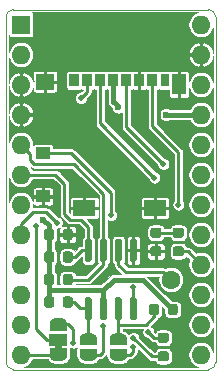
<source format=gbr>
%TF.GenerationSoftware,KiCad,Pcbnew,5.1.6+dfsg1-1~bpo10+1*%
%TF.CreationDate,Date%
%TF.ProjectId,ProMicro_LOG,50726f4d-6963-4726-9f5f-4c4f472e6b69,v1.2*%
%TF.SameCoordinates,Original*%
%TF.FileFunction,Copper,L1,Top*%
%TF.FilePolarity,Positive*%
%FSLAX45Y45*%
G04 Gerber Fmt 4.5, Leading zero omitted, Abs format (unit mm)*
G04 Created by KiCad*
%MOMM*%
%LPD*%
G01*
G04 APERTURE LIST*
%TA.AperFunction,Profile*%
%ADD10C,0.100000*%
%TD*%
%TA.AperFunction,EtchedComponent*%
%ADD11C,0.150000*%
%TD*%
%TA.AperFunction,ComponentPad*%
%ADD12R,1.600000X1.600000*%
%TD*%
%TA.AperFunction,ComponentPad*%
%ADD13O,1.600000X1.600000*%
%TD*%
%TA.AperFunction,SMDPad,CuDef*%
%ADD14C,0.150000*%
%TD*%
%TA.AperFunction,SMDPad,CuDef*%
%ADD15R,1.500000X1.000000*%
%TD*%
%TA.AperFunction,ComponentPad*%
%ADD16C,1.600000*%
%TD*%
%TA.AperFunction,SMDPad,CuDef*%
%ADD17R,1.900000X1.350000*%
%TD*%
%TA.AperFunction,SMDPad,CuDef*%
%ADD18R,1.200000X1.000000*%
%TD*%
%TA.AperFunction,SMDPad,CuDef*%
%ADD19R,1.550000X1.350000*%
%TD*%
%TA.AperFunction,SMDPad,CuDef*%
%ADD20R,1.170000X1.800000*%
%TD*%
%TA.AperFunction,SMDPad,CuDef*%
%ADD21R,0.850000X1.100000*%
%TD*%
%TA.AperFunction,SMDPad,CuDef*%
%ADD22R,0.750000X1.100000*%
%TD*%
%TA.AperFunction,ViaPad*%
%ADD23C,0.500000*%
%TD*%
%TA.AperFunction,ViaPad*%
%ADD24C,0.600000*%
%TD*%
%TA.AperFunction,Conductor*%
%ADD25C,0.400000*%
%TD*%
%TA.AperFunction,Conductor*%
%ADD26C,0.250000*%
%TD*%
%TA.AperFunction,Conductor*%
%ADD27C,0.125000*%
%TD*%
%ADD28C,0.200000*%
%ADD29C,0.300000*%
%ADD30C,0.350000*%
G04 APERTURE END LIST*
D10*
X-63500Y127000D02*
G75*
G03*
X-127000Y63500I0J-63500D01*
G01*
X1651000Y63500D02*
G75*
G03*
X1587500Y127000I-63500J0D01*
G01*
X1587500Y-2921000D02*
G75*
G03*
X1651000Y-2857500I0J63500D01*
G01*
X-127000Y-2857500D02*
G75*
G03*
X-63500Y-2921000I63500J0D01*
G01*
X-127000Y63500D02*
X-127000Y-2857500D01*
X1587500Y127000D02*
X-63500Y127000D01*
X1651000Y-2857500D02*
X1651000Y63500D01*
X-63500Y-2921000D02*
X1587500Y-2921000D01*
D11*
G36*
X287500Y-2757000D02*
G01*
X287500Y-2707000D01*
X347500Y-2707000D01*
X347500Y-2757000D01*
X287500Y-2757000D01*
G37*
%TA.AperFunction,SMDPad,CuDef*%
G36*
G01*
X352500Y-1803625D02*
X352500Y-1752375D01*
G75*
G02*
X374375Y-1730500I21875J0D01*
G01*
X418125Y-1730500D01*
G75*
G02*
X440000Y-1752375I0J-21875D01*
G01*
X440000Y-1803625D01*
G75*
G02*
X418125Y-1825500I-21875J0D01*
G01*
X374375Y-1825500D01*
G75*
G02*
X352500Y-1803625I0J21875D01*
G01*
G37*
%TD.AperFunction*%
%TA.AperFunction,SMDPad,CuDef*%
G36*
G01*
X195000Y-1803625D02*
X195000Y-1752375D01*
G75*
G02*
X216875Y-1730500I21875J0D01*
G01*
X260625Y-1730500D01*
G75*
G02*
X282500Y-1752375I0J-21875D01*
G01*
X282500Y-1803625D01*
G75*
G02*
X260625Y-1825500I-21875J0D01*
G01*
X216875Y-1825500D01*
G75*
G02*
X195000Y-1803625I0J21875D01*
G01*
G37*
%TD.AperFunction*%
D12*
X0Y0D03*
D13*
X0Y-254000D03*
X0Y-508000D03*
X1524000Y-2794000D03*
X0Y-762000D03*
X1524000Y-2540000D03*
X0Y-1016000D03*
X1524000Y-2286000D03*
X0Y-1270000D03*
X1524000Y-2032000D03*
X0Y-1524000D03*
X1524000Y-1778000D03*
X0Y-1778000D03*
X1524000Y-1524000D03*
X0Y-2032000D03*
X1524000Y-1270000D03*
X0Y-2286000D03*
X1524000Y-1016000D03*
X0Y-2540000D03*
X1524000Y-762000D03*
X0Y-2794000D03*
X1524000Y-508000D03*
X1524000Y-254000D03*
X1524000Y0D03*
%TA.AperFunction,SMDPad,CuDef*%
G36*
G01*
X1180875Y-2765500D02*
X1232125Y-2765500D01*
G75*
G02*
X1254000Y-2787375I0J-21875D01*
G01*
X1254000Y-2831125D01*
G75*
G02*
X1232125Y-2853000I-21875J0D01*
G01*
X1180875Y-2853000D01*
G75*
G02*
X1159000Y-2831125I0J21875D01*
G01*
X1159000Y-2787375D01*
G75*
G02*
X1180875Y-2765500I21875J0D01*
G01*
G37*
%TD.AperFunction*%
%TA.AperFunction,SMDPad,CuDef*%
G36*
G01*
X1180875Y-2608000D02*
X1232125Y-2608000D01*
G75*
G02*
X1254000Y-2629875I0J-21875D01*
G01*
X1254000Y-2673625D01*
G75*
G02*
X1232125Y-2695500I-21875J0D01*
G01*
X1180875Y-2695500D01*
G75*
G02*
X1159000Y-2673625I0J21875D01*
G01*
X1159000Y-2629875D01*
G75*
G02*
X1180875Y-2608000I21875J0D01*
G01*
G37*
%TD.AperFunction*%
%TA.AperFunction,SMDPad,CuDef*%
D14*
G36*
X392500Y-2742000D02*
G01*
X392500Y-2797000D01*
X392440Y-2797000D01*
X392440Y-2799453D01*
X391959Y-2804336D01*
X391002Y-2809149D01*
X389577Y-2813844D01*
X387699Y-2818378D01*
X385386Y-2822705D01*
X382660Y-2826785D01*
X379548Y-2830578D01*
X376078Y-2834048D01*
X372285Y-2837160D01*
X368205Y-2839886D01*
X363878Y-2842199D01*
X359344Y-2844077D01*
X354649Y-2845502D01*
X349836Y-2846459D01*
X344953Y-2846940D01*
X342500Y-2846940D01*
X342500Y-2847000D01*
X292500Y-2847000D01*
X292500Y-2846940D01*
X290047Y-2846940D01*
X285164Y-2846459D01*
X280351Y-2845502D01*
X275656Y-2844077D01*
X271122Y-2842199D01*
X266795Y-2839886D01*
X262715Y-2837160D01*
X258922Y-2834048D01*
X255452Y-2830578D01*
X252340Y-2826785D01*
X249614Y-2822705D01*
X247300Y-2818378D01*
X245423Y-2813844D01*
X243998Y-2809149D01*
X243041Y-2804336D01*
X242560Y-2799453D01*
X242560Y-2797000D01*
X242500Y-2797000D01*
X242500Y-2742000D01*
X392500Y-2742000D01*
G37*
%TD.AperFunction*%
D15*
X317500Y-2667000D03*
%TA.AperFunction,SMDPad,CuDef*%
D14*
G36*
X242560Y-2537000D02*
G01*
X242560Y-2534547D01*
X243041Y-2529664D01*
X243998Y-2524851D01*
X245423Y-2520156D01*
X247300Y-2515622D01*
X249614Y-2511295D01*
X252340Y-2507215D01*
X255452Y-2503422D01*
X258922Y-2499952D01*
X262715Y-2496840D01*
X266795Y-2494114D01*
X271122Y-2491801D01*
X275656Y-2489923D01*
X280351Y-2488498D01*
X285164Y-2487541D01*
X290047Y-2487060D01*
X292500Y-2487060D01*
X292500Y-2487000D01*
X342500Y-2487000D01*
X342500Y-2487060D01*
X344953Y-2487060D01*
X349836Y-2487541D01*
X354649Y-2488498D01*
X359344Y-2489923D01*
X363878Y-2491801D01*
X368205Y-2494114D01*
X372285Y-2496840D01*
X376078Y-2499952D01*
X379548Y-2503422D01*
X382660Y-2507215D01*
X385386Y-2511295D01*
X387699Y-2515622D01*
X389577Y-2520156D01*
X391002Y-2524851D01*
X391959Y-2529664D01*
X392440Y-2534547D01*
X392440Y-2537000D01*
X392500Y-2537000D01*
X392500Y-2592000D01*
X242500Y-2592000D01*
X242500Y-2537000D01*
X242560Y-2537000D01*
G37*
%TD.AperFunction*%
%TA.AperFunction,SMDPad,CuDef*%
G36*
G01*
X1168625Y-1806500D02*
X1117375Y-1806500D01*
G75*
G02*
X1095500Y-1784625I0J21875D01*
G01*
X1095500Y-1740875D01*
G75*
G02*
X1117375Y-1719000I21875J0D01*
G01*
X1168625Y-1719000D01*
G75*
G02*
X1190500Y-1740875I0J-21875D01*
G01*
X1190500Y-1784625D01*
G75*
G02*
X1168625Y-1806500I-21875J0D01*
G01*
G37*
%TD.AperFunction*%
%TA.AperFunction,SMDPad,CuDef*%
G36*
G01*
X1168625Y-1964000D02*
X1117375Y-1964000D01*
G75*
G02*
X1095500Y-1942125I0J21875D01*
G01*
X1095500Y-1898375D01*
G75*
G02*
X1117375Y-1876500I21875J0D01*
G01*
X1168625Y-1876500D01*
G75*
G02*
X1190500Y-1898375I0J-21875D01*
G01*
X1190500Y-1942125D01*
G75*
G02*
X1168625Y-1964000I-21875J0D01*
G01*
G37*
%TD.AperFunction*%
%TA.AperFunction,SMDPad,CuDef*%
G36*
G01*
X1359125Y-1806500D02*
X1307875Y-1806500D01*
G75*
G02*
X1286000Y-1784625I0J21875D01*
G01*
X1286000Y-1740875D01*
G75*
G02*
X1307875Y-1719000I21875J0D01*
G01*
X1359125Y-1719000D01*
G75*
G02*
X1381000Y-1740875I0J-21875D01*
G01*
X1381000Y-1784625D01*
G75*
G02*
X1359125Y-1806500I-21875J0D01*
G01*
G37*
%TD.AperFunction*%
%TA.AperFunction,SMDPad,CuDef*%
G36*
G01*
X1359125Y-1964000D02*
X1307875Y-1964000D01*
G75*
G02*
X1286000Y-1942125I0J21875D01*
G01*
X1286000Y-1898375D01*
G75*
G02*
X1307875Y-1876500I21875J0D01*
G01*
X1359125Y-1876500D01*
G75*
G02*
X1381000Y-1898375I0J-21875D01*
G01*
X1381000Y-1942125D01*
G75*
G02*
X1359125Y-1964000I-21875J0D01*
G01*
G37*
%TD.AperFunction*%
%TA.AperFunction,SMDPad,CuDef*%
G36*
G01*
X352500Y-1994125D02*
X352500Y-1942875D01*
G75*
G02*
X374375Y-1921000I21875J0D01*
G01*
X418125Y-1921000D01*
G75*
G02*
X440000Y-1942875I0J-21875D01*
G01*
X440000Y-1994125D01*
G75*
G02*
X418125Y-2016000I-21875J0D01*
G01*
X374375Y-2016000D01*
G75*
G02*
X352500Y-1994125I0J21875D01*
G01*
G37*
%TD.AperFunction*%
%TA.AperFunction,SMDPad,CuDef*%
G36*
G01*
X195000Y-1994125D02*
X195000Y-1942875D01*
G75*
G02*
X216875Y-1921000I21875J0D01*
G01*
X260625Y-1921000D01*
G75*
G02*
X282500Y-1942875I0J-21875D01*
G01*
X282500Y-1994125D01*
G75*
G02*
X260625Y-2016000I-21875J0D01*
G01*
X216875Y-2016000D01*
G75*
G02*
X195000Y-1994125I0J21875D01*
G01*
G37*
%TD.AperFunction*%
%TA.AperFunction,SMDPad,CuDef*%
G36*
G01*
X352500Y-2184625D02*
X352500Y-2133375D01*
G75*
G02*
X374375Y-2111500I21875J0D01*
G01*
X418125Y-2111500D01*
G75*
G02*
X440000Y-2133375I0J-21875D01*
G01*
X440000Y-2184625D01*
G75*
G02*
X418125Y-2206500I-21875J0D01*
G01*
X374375Y-2206500D01*
G75*
G02*
X352500Y-2184625I0J21875D01*
G01*
G37*
%TD.AperFunction*%
%TA.AperFunction,SMDPad,CuDef*%
G36*
G01*
X195000Y-2184625D02*
X195000Y-2133375D01*
G75*
G02*
X216875Y-2111500I21875J0D01*
G01*
X260625Y-2111500D01*
G75*
G02*
X282500Y-2133375I0J-21875D01*
G01*
X282500Y-2184625D01*
G75*
G02*
X260625Y-2206500I-21875J0D01*
G01*
X216875Y-2206500D01*
G75*
G02*
X195000Y-2184625I0J21875D01*
G01*
G37*
%TD.AperFunction*%
%TA.AperFunction,SMDPad,CuDef*%
G36*
G01*
X352500Y-2375125D02*
X352500Y-2323875D01*
G75*
G02*
X374375Y-2302000I21875J0D01*
G01*
X418125Y-2302000D01*
G75*
G02*
X440000Y-2323875I0J-21875D01*
G01*
X440000Y-2375125D01*
G75*
G02*
X418125Y-2397000I-21875J0D01*
G01*
X374375Y-2397000D01*
G75*
G02*
X352500Y-2375125I0J21875D01*
G01*
G37*
%TD.AperFunction*%
%TA.AperFunction,SMDPad,CuDef*%
G36*
G01*
X195000Y-2375125D02*
X195000Y-2323875D01*
G75*
G02*
X216875Y-2302000I21875J0D01*
G01*
X260625Y-2302000D01*
G75*
G02*
X282500Y-2323875I0J-21875D01*
G01*
X282500Y-2375125D01*
G75*
G02*
X260625Y-2397000I-21875J0D01*
G01*
X216875Y-2397000D01*
G75*
G02*
X195000Y-2375125I0J21875D01*
G01*
G37*
%TD.AperFunction*%
%TA.AperFunction,SMDPad,CuDef*%
G36*
G01*
X1171500Y-2387375D02*
X1171500Y-2438625D01*
G75*
G02*
X1149625Y-2460500I-21875J0D01*
G01*
X1105875Y-2460500D01*
G75*
G02*
X1084000Y-2438625I0J21875D01*
G01*
X1084000Y-2387375D01*
G75*
G02*
X1105875Y-2365500I21875J0D01*
G01*
X1149625Y-2365500D01*
G75*
G02*
X1171500Y-2387375I0J-21875D01*
G01*
G37*
%TD.AperFunction*%
%TA.AperFunction,SMDPad,CuDef*%
G36*
G01*
X1329000Y-2387375D02*
X1329000Y-2438625D01*
G75*
G02*
X1307125Y-2460500I-21875J0D01*
G01*
X1263375Y-2460500D01*
G75*
G02*
X1241500Y-2438625I0J21875D01*
G01*
X1241500Y-2387375D01*
G75*
G02*
X1263375Y-2365500I21875J0D01*
G01*
X1307125Y-2365500D01*
G75*
G02*
X1329000Y-2387375I0J-21875D01*
G01*
G37*
%TD.AperFunction*%
%TA.AperFunction,SMDPad,CuDef*%
G36*
X646440Y-2795500D02*
G01*
X646440Y-2797953D01*
X645959Y-2802836D01*
X645002Y-2807649D01*
X643577Y-2812344D01*
X641700Y-2816878D01*
X639386Y-2821205D01*
X636660Y-2825285D01*
X633548Y-2829078D01*
X630078Y-2832548D01*
X626285Y-2835660D01*
X622205Y-2838386D01*
X617878Y-2840699D01*
X613345Y-2842577D01*
X608649Y-2844002D01*
X603837Y-2844959D01*
X598953Y-2845440D01*
X596500Y-2845440D01*
X596500Y-2845500D01*
X546500Y-2845500D01*
X546500Y-2845440D01*
X544047Y-2845440D01*
X539164Y-2844959D01*
X534351Y-2844002D01*
X529656Y-2842577D01*
X525122Y-2840699D01*
X520795Y-2838386D01*
X516715Y-2835660D01*
X512922Y-2832548D01*
X509452Y-2829078D01*
X506340Y-2825285D01*
X503614Y-2821205D01*
X501300Y-2816878D01*
X499423Y-2812344D01*
X497998Y-2807649D01*
X497041Y-2802836D01*
X496560Y-2797953D01*
X496560Y-2795500D01*
X496500Y-2795500D01*
X496500Y-2745500D01*
X646500Y-2745500D01*
X646500Y-2795500D01*
X646440Y-2795500D01*
G37*
%TD.AperFunction*%
%TA.AperFunction,SMDPad,CuDef*%
G36*
X496500Y-2715500D02*
G01*
X496500Y-2665500D01*
X496560Y-2665500D01*
X496560Y-2663047D01*
X497041Y-2658164D01*
X497998Y-2653351D01*
X499423Y-2648656D01*
X501300Y-2644122D01*
X503614Y-2639795D01*
X506340Y-2635715D01*
X509452Y-2631922D01*
X512922Y-2628452D01*
X516715Y-2625340D01*
X520795Y-2622614D01*
X525122Y-2620301D01*
X529656Y-2618423D01*
X534351Y-2616998D01*
X539164Y-2616041D01*
X544047Y-2615560D01*
X546500Y-2615560D01*
X546500Y-2615500D01*
X596500Y-2615500D01*
X596500Y-2615560D01*
X598953Y-2615560D01*
X603837Y-2616041D01*
X608649Y-2616998D01*
X613345Y-2618423D01*
X617878Y-2620301D01*
X622205Y-2622614D01*
X626285Y-2625340D01*
X630078Y-2628452D01*
X633548Y-2631922D01*
X636660Y-2635715D01*
X639386Y-2639795D01*
X641700Y-2644122D01*
X643577Y-2648656D01*
X645002Y-2653351D01*
X645959Y-2658164D01*
X646440Y-2663047D01*
X646440Y-2665500D01*
X646500Y-2665500D01*
X646500Y-2715500D01*
X496500Y-2715500D01*
G37*
%TD.AperFunction*%
%TA.AperFunction,SMDPad,CuDef*%
G36*
X900440Y-2795500D02*
G01*
X900440Y-2797953D01*
X899959Y-2802836D01*
X899002Y-2807649D01*
X897577Y-2812344D01*
X895699Y-2816878D01*
X893386Y-2821205D01*
X890660Y-2825285D01*
X887548Y-2829078D01*
X884078Y-2832548D01*
X880285Y-2835660D01*
X876205Y-2838386D01*
X871878Y-2840699D01*
X867344Y-2842577D01*
X862649Y-2844002D01*
X857836Y-2844959D01*
X852953Y-2845440D01*
X850500Y-2845440D01*
X850500Y-2845500D01*
X800500Y-2845500D01*
X800500Y-2845440D01*
X798047Y-2845440D01*
X793163Y-2844959D01*
X788351Y-2844002D01*
X783655Y-2842577D01*
X779122Y-2840699D01*
X774795Y-2838386D01*
X770715Y-2835660D01*
X766922Y-2832548D01*
X763452Y-2829078D01*
X760340Y-2825285D01*
X757614Y-2821205D01*
X755300Y-2816878D01*
X753423Y-2812344D01*
X751998Y-2807649D01*
X751041Y-2802836D01*
X750560Y-2797953D01*
X750560Y-2795500D01*
X750500Y-2795500D01*
X750500Y-2745500D01*
X900500Y-2745500D01*
X900500Y-2795500D01*
X900440Y-2795500D01*
G37*
%TD.AperFunction*%
%TA.AperFunction,SMDPad,CuDef*%
G36*
X750500Y-2715500D02*
G01*
X750500Y-2665500D01*
X750560Y-2665500D01*
X750560Y-2663047D01*
X751041Y-2658164D01*
X751998Y-2653351D01*
X753423Y-2648656D01*
X755300Y-2644122D01*
X757614Y-2639795D01*
X760340Y-2635715D01*
X763452Y-2631922D01*
X766922Y-2628452D01*
X770715Y-2625340D01*
X774795Y-2622614D01*
X779122Y-2620301D01*
X783655Y-2618423D01*
X788351Y-2616998D01*
X793163Y-2616041D01*
X798047Y-2615560D01*
X800500Y-2615560D01*
X800500Y-2615500D01*
X850500Y-2615500D01*
X850500Y-2615560D01*
X852953Y-2615560D01*
X857836Y-2616041D01*
X862649Y-2616998D01*
X867344Y-2618423D01*
X871878Y-2620301D01*
X876205Y-2622614D01*
X880285Y-2625340D01*
X884078Y-2628452D01*
X887548Y-2631922D01*
X890660Y-2635715D01*
X893386Y-2639795D01*
X895699Y-2644122D01*
X897577Y-2648656D01*
X899002Y-2653351D01*
X899959Y-2658164D01*
X900440Y-2663047D01*
X900440Y-2665500D01*
X900500Y-2665500D01*
X900500Y-2715500D01*
X750500Y-2715500D01*
G37*
%TD.AperFunction*%
%TA.AperFunction,SMDPad,CuDef*%
G36*
G01*
X586500Y-2009000D02*
X556500Y-2009000D01*
G75*
G02*
X541500Y-1994000I0J15000D01*
G01*
X541500Y-1829000D01*
G75*
G02*
X556500Y-1814000I15000J0D01*
G01*
X586500Y-1814000D01*
G75*
G02*
X601500Y-1829000I0J-15000D01*
G01*
X601500Y-1994000D01*
G75*
G02*
X586500Y-2009000I-15000J0D01*
G01*
G37*
%TD.AperFunction*%
%TA.AperFunction,SMDPad,CuDef*%
G36*
G01*
X713500Y-2009000D02*
X683500Y-2009000D01*
G75*
G02*
X668500Y-1994000I0J15000D01*
G01*
X668500Y-1829000D01*
G75*
G02*
X683500Y-1814000I15000J0D01*
G01*
X713500Y-1814000D01*
G75*
G02*
X728500Y-1829000I0J-15000D01*
G01*
X728500Y-1994000D01*
G75*
G02*
X713500Y-2009000I-15000J0D01*
G01*
G37*
%TD.AperFunction*%
%TA.AperFunction,SMDPad,CuDef*%
G36*
G01*
X840500Y-2009000D02*
X810500Y-2009000D01*
G75*
G02*
X795500Y-1994000I0J15000D01*
G01*
X795500Y-1829000D01*
G75*
G02*
X810500Y-1814000I15000J0D01*
G01*
X840500Y-1814000D01*
G75*
G02*
X855500Y-1829000I0J-15000D01*
G01*
X855500Y-1994000D01*
G75*
G02*
X840500Y-2009000I-15000J0D01*
G01*
G37*
%TD.AperFunction*%
%TA.AperFunction,SMDPad,CuDef*%
G36*
G01*
X967500Y-2009000D02*
X937500Y-2009000D01*
G75*
G02*
X922500Y-1994000I0J15000D01*
G01*
X922500Y-1829000D01*
G75*
G02*
X937500Y-1814000I15000J0D01*
G01*
X967500Y-1814000D01*
G75*
G02*
X982500Y-1829000I0J-15000D01*
G01*
X982500Y-1994000D01*
G75*
G02*
X967500Y-2009000I-15000J0D01*
G01*
G37*
%TD.AperFunction*%
%TA.AperFunction,SMDPad,CuDef*%
G36*
G01*
X967500Y-2504000D02*
X937500Y-2504000D01*
G75*
G02*
X922500Y-2489000I0J15000D01*
G01*
X922500Y-2324000D01*
G75*
G02*
X937500Y-2309000I15000J0D01*
G01*
X967500Y-2309000D01*
G75*
G02*
X982500Y-2324000I0J-15000D01*
G01*
X982500Y-2489000D01*
G75*
G02*
X967500Y-2504000I-15000J0D01*
G01*
G37*
%TD.AperFunction*%
%TA.AperFunction,SMDPad,CuDef*%
G36*
G01*
X840500Y-2504000D02*
X810500Y-2504000D01*
G75*
G02*
X795500Y-2489000I0J15000D01*
G01*
X795500Y-2324000D01*
G75*
G02*
X810500Y-2309000I15000J0D01*
G01*
X840500Y-2309000D01*
G75*
G02*
X855500Y-2324000I0J-15000D01*
G01*
X855500Y-2489000D01*
G75*
G02*
X840500Y-2504000I-15000J0D01*
G01*
G37*
%TD.AperFunction*%
%TA.AperFunction,SMDPad,CuDef*%
G36*
G01*
X713500Y-2504000D02*
X683500Y-2504000D01*
G75*
G02*
X668500Y-2489000I0J15000D01*
G01*
X668500Y-2324000D01*
G75*
G02*
X683500Y-2309000I15000J0D01*
G01*
X713500Y-2309000D01*
G75*
G02*
X728500Y-2324000I0J-15000D01*
G01*
X728500Y-2489000D01*
G75*
G02*
X713500Y-2504000I-15000J0D01*
G01*
G37*
%TD.AperFunction*%
%TA.AperFunction,SMDPad,CuDef*%
G36*
G01*
X586500Y-2504000D02*
X556500Y-2504000D01*
G75*
G02*
X541500Y-2489000I0J15000D01*
G01*
X541500Y-2324000D01*
G75*
G02*
X556500Y-2309000I15000J0D01*
G01*
X586500Y-2309000D01*
G75*
G02*
X601500Y-2324000I0J-15000D01*
G01*
X601500Y-2489000D01*
G75*
G02*
X586500Y-2504000I-15000J0D01*
G01*
G37*
%TD.AperFunction*%
D16*
X1270000Y-2159000D03*
D17*
X1135000Y-1553500D03*
X538000Y-1553500D03*
D18*
X188000Y-1086000D03*
X188000Y-1456000D03*
D19*
X205500Y-483500D03*
D20*
X1337500Y-506000D03*
D21*
X1111500Y-471000D03*
X1001500Y-471000D03*
X891500Y-471000D03*
X781500Y-471000D03*
X671500Y-471000D03*
X561500Y-471000D03*
D22*
X1216500Y-471000D03*
D21*
X451500Y-471000D03*
D23*
X1003300Y-596900D03*
X571500Y-1397000D03*
X635000Y-1714500D03*
X673100Y-2159000D03*
X1168400Y-2540000D03*
X317500Y-952500D03*
X444500Y-825500D03*
X889000Y-1714500D03*
X1333500Y-2730500D03*
X762000Y-1270000D03*
X508000Y-2057400D03*
X508000Y-1778000D03*
X279400Y-1358900D03*
X1003300Y-825500D03*
X444500Y-1397000D03*
X444500Y-2794000D03*
X1333500Y-2870200D03*
X1397000Y-1143000D03*
X1244600Y-1676400D03*
X800100Y-838200D03*
D24*
X825500Y-698500D03*
X190500Y-1651000D03*
X1231900Y-762000D03*
D23*
X1079498Y-2603498D03*
X762000Y-1612900D03*
X444501Y-2692400D03*
X1130300Y-1295400D03*
X1333500Y-1524000D03*
X1206500Y-1181100D03*
X304800Y-1676400D03*
X698500Y-2552700D03*
X952500Y-2654300D03*
X949941Y-2733060D03*
X952500Y-2224001D03*
X508000Y-622300D03*
X127000Y-1701800D03*
D25*
X238750Y-1864350D02*
X238750Y-1778000D01*
X238750Y-1968500D02*
X238750Y-1864350D01*
X238750Y-1968500D02*
X238750Y-2047250D01*
X238750Y-2159000D02*
X238750Y-2047250D01*
X238750Y-2349500D02*
X238750Y-2237750D01*
X238750Y-2159000D02*
X238750Y-2237750D01*
X238750Y-2237750D02*
X247501Y-2246501D01*
X697101Y-2246501D02*
X698500Y-2247900D01*
X247501Y-2246501D02*
X697101Y-2246501D01*
X787400Y-2159000D02*
X698500Y-2247900D01*
X1285250Y-2413000D02*
X1031250Y-2159000D01*
X698500Y-2247900D02*
X698500Y-2406500D01*
X1031250Y-2159000D02*
X787400Y-2159000D01*
X795500Y-668500D02*
X825500Y-698500D01*
X781500Y-471000D02*
X781500Y-654500D01*
X781500Y-654500D02*
X795500Y-668500D01*
X238750Y-1699250D02*
X190500Y-1651000D01*
X238750Y-1778000D02*
X238750Y-1699250D01*
X1524000Y-762000D02*
X1231900Y-762000D01*
D26*
X825500Y-2032000D02*
X825500Y-1917700D01*
X889000Y-2095500D02*
X825500Y-2032000D01*
X1270000Y-2159000D02*
X1206500Y-2095500D01*
X1206500Y-2095500D02*
X889000Y-2095500D01*
X571500Y-2406500D02*
X571500Y-2667000D01*
X504400Y-2400300D02*
X571500Y-2400300D01*
X396250Y-2349500D02*
X453600Y-2349500D01*
X453600Y-2349500D02*
X504400Y-2400300D01*
X1127750Y-2470500D02*
X1058250Y-2540000D01*
X1127750Y-2413000D02*
X1127750Y-2470500D01*
X1058250Y-2540000D02*
X825500Y-2540000D01*
X825500Y-2406500D02*
X825500Y-2540000D01*
X825500Y-2540000D02*
X825500Y-2667000D01*
X1127750Y-2651750D02*
X1079498Y-2603498D01*
X1206500Y-2651750D02*
X1127750Y-2651750D01*
X762000Y-1577545D02*
X762000Y-1612900D01*
X762000Y-1422400D02*
X762000Y-1577545D01*
X425600Y-1086000D02*
X762000Y-1422400D01*
X188000Y-1086000D02*
X425600Y-1086000D01*
X1143000Y-1762750D02*
X1229350Y-1762750D01*
X1333500Y-1762750D02*
X1229350Y-1762750D01*
X317500Y-2537000D02*
X402259Y-2537000D01*
X402259Y-2537000D02*
X444501Y-2579241D01*
X444501Y-2579241D02*
X444501Y-2657045D01*
X444501Y-2657045D02*
X444501Y-2692400D01*
X671500Y-471000D02*
X671500Y-836600D01*
X671500Y-836600D02*
X1105300Y-1270400D01*
X1105300Y-1270400D02*
X1130300Y-1295400D01*
X571500Y-2159000D02*
X440000Y-2159000D01*
X0Y-1016000D02*
X80000Y-1096000D01*
X80000Y-1096000D02*
X80000Y-1146500D01*
X80000Y-1146500D02*
X114600Y-1181100D01*
X114600Y-1181100D02*
X448300Y-1181100D01*
X698500Y-2032000D02*
X571500Y-2159000D01*
X440000Y-2159000D02*
X396250Y-2159000D01*
X448300Y-1181100D02*
X698500Y-1431300D01*
X698500Y-1431300D02*
X698500Y-2032000D01*
X1111500Y-857500D02*
X1111500Y-471000D01*
X1333500Y-1524000D02*
X1333500Y-1079500D01*
X1333500Y-1079500D02*
X1111500Y-857500D01*
X514200Y-1911500D02*
X571500Y-1911500D01*
X396250Y-1968500D02*
X457200Y-1968500D01*
X457200Y-1968500D02*
X514200Y-1911500D01*
X113137Y-1270000D02*
X0Y-1270000D01*
X292100Y-1270000D02*
X113137Y-1270000D01*
X368300Y-1604800D02*
X368300Y-1346200D01*
X417000Y-1653500D02*
X368300Y-1604800D01*
X510500Y-1653500D02*
X417000Y-1653500D01*
X571500Y-1714500D02*
X510500Y-1653500D01*
X368300Y-1346200D02*
X292100Y-1270000D01*
X571500Y-1905000D02*
X571500Y-1714500D01*
X1333500Y-1920250D02*
X1412250Y-1920250D01*
X1412250Y-1920250D02*
X1524000Y-2032000D01*
X891500Y-866100D02*
X1181500Y-1156100D01*
X891500Y-471000D02*
X891500Y-866100D01*
X1181500Y-1156100D02*
X1206500Y-1181100D01*
X698500Y-2768630D02*
X698500Y-2588055D01*
X279800Y-1651400D02*
X304800Y-1676400D01*
X215900Y-1587500D02*
X279800Y-1651400D01*
X571500Y-2795500D02*
X671630Y-2795500D01*
X698500Y-2588055D02*
X698500Y-2552700D01*
X671630Y-2795500D02*
X698500Y-2768630D01*
X103000Y-1587500D02*
X0Y-1690500D01*
X215900Y-1587500D02*
X103000Y-1587500D01*
X0Y-1690500D02*
X0Y-1778000D01*
X1206500Y-2809250D02*
X1107450Y-2809250D01*
X1107450Y-2809250D02*
X952500Y-2654300D01*
X825500Y-2795500D02*
X922856Y-2795500D01*
X922856Y-2795500D02*
X949941Y-2768415D01*
X949941Y-2768415D02*
X949941Y-2733060D01*
X317500Y-2797000D02*
X168100Y-2797000D01*
X165100Y-2794000D02*
X0Y-2794000D01*
X168100Y-2797000D02*
X165100Y-2794000D01*
X952500Y-2406500D02*
X952500Y-2224001D01*
X561500Y-568800D02*
X508000Y-622300D01*
X561500Y-471000D02*
X561500Y-568800D01*
X127000Y-1737155D02*
X127000Y-1701800D01*
X217500Y-2667000D02*
X127000Y-2576500D01*
X317500Y-2667000D02*
X217500Y-2667000D01*
X127000Y-2576500D02*
X127000Y-1737155D01*
D27*
G36*
X1493008Y102167D02*
G01*
X1473672Y94157D01*
X1456270Y82530D01*
X1441470Y67730D01*
X1429842Y50328D01*
X1421833Y30992D01*
X1417750Y10465D01*
X1417750Y-10465D01*
X1421833Y-30992D01*
X1429842Y-50328D01*
X1441470Y-67730D01*
X1456270Y-82530D01*
X1473672Y-94157D01*
X1493008Y-102167D01*
X1513535Y-106250D01*
X1534465Y-106250D01*
X1554992Y-102167D01*
X1574328Y-94157D01*
X1591730Y-82530D01*
X1606530Y-67730D01*
X1618157Y-50328D01*
X1626167Y-30992D01*
X1627250Y-25546D01*
X1627250Y-245250D01*
X1623303Y-245250D01*
X1627217Y-228793D01*
X1623826Y-217615D01*
X1614810Y-198839D01*
X1602303Y-182182D01*
X1586788Y-168286D01*
X1568859Y-157684D01*
X1549207Y-150783D01*
X1532750Y-154673D01*
X1532750Y-245250D01*
X1534750Y-245250D01*
X1534750Y-262750D01*
X1532750Y-262750D01*
X1532750Y-353327D01*
X1549207Y-357217D01*
X1568859Y-350316D01*
X1586788Y-339714D01*
X1602303Y-325818D01*
X1614810Y-309161D01*
X1623826Y-290385D01*
X1627217Y-279207D01*
X1623303Y-262750D01*
X1627250Y-262750D01*
X1627250Y-482454D01*
X1626167Y-477008D01*
X1618157Y-457672D01*
X1606530Y-440270D01*
X1591730Y-425470D01*
X1574328Y-413842D01*
X1554992Y-405833D01*
X1534465Y-401750D01*
X1513535Y-401750D01*
X1493008Y-405833D01*
X1473672Y-413842D01*
X1456270Y-425470D01*
X1441470Y-440270D01*
X1429842Y-457672D01*
X1422275Y-475941D01*
X1422377Y-416000D01*
X1421870Y-410854D01*
X1420369Y-405906D01*
X1417932Y-401346D01*
X1414651Y-397349D01*
X1410654Y-394068D01*
X1406094Y-391631D01*
X1401146Y-390130D01*
X1396000Y-389623D01*
X1352813Y-389750D01*
X1346250Y-396312D01*
X1346250Y-497250D01*
X1348250Y-497250D01*
X1348250Y-514750D01*
X1346250Y-514750D01*
X1346250Y-615688D01*
X1352813Y-622250D01*
X1396000Y-622377D01*
X1401146Y-621870D01*
X1406094Y-620369D01*
X1410654Y-617932D01*
X1414651Y-614651D01*
X1417932Y-610654D01*
X1420369Y-606094D01*
X1421870Y-601146D01*
X1422377Y-596000D01*
X1422282Y-540076D01*
X1429842Y-558328D01*
X1441470Y-575730D01*
X1456270Y-590530D01*
X1473672Y-602158D01*
X1493008Y-610167D01*
X1513535Y-614250D01*
X1534465Y-614250D01*
X1554992Y-610167D01*
X1574328Y-602158D01*
X1591730Y-590530D01*
X1606530Y-575730D01*
X1618157Y-558328D01*
X1626167Y-538992D01*
X1627250Y-533546D01*
X1627250Y-736453D01*
X1626167Y-731008D01*
X1618157Y-711672D01*
X1606530Y-694270D01*
X1591730Y-679470D01*
X1574328Y-667843D01*
X1554992Y-659833D01*
X1534465Y-655750D01*
X1513535Y-655750D01*
X1493008Y-659833D01*
X1473672Y-667843D01*
X1456270Y-679470D01*
X1441470Y-694270D01*
X1429842Y-711672D01*
X1428153Y-715750D01*
X1263929Y-715750D01*
X1258544Y-712152D01*
X1248308Y-707912D01*
X1237440Y-705750D01*
X1226360Y-705750D01*
X1215493Y-707912D01*
X1205256Y-712152D01*
X1196043Y-718308D01*
X1188208Y-726143D01*
X1182052Y-735356D01*
X1177812Y-745592D01*
X1175650Y-756460D01*
X1175650Y-767540D01*
X1177812Y-778407D01*
X1182052Y-788644D01*
X1188208Y-797857D01*
X1196043Y-805692D01*
X1205256Y-811848D01*
X1215493Y-816088D01*
X1226360Y-818250D01*
X1237440Y-818250D01*
X1248308Y-816088D01*
X1258544Y-811848D01*
X1263929Y-808250D01*
X1428153Y-808250D01*
X1429842Y-812328D01*
X1441470Y-829730D01*
X1456270Y-844530D01*
X1473672Y-856157D01*
X1493008Y-864167D01*
X1513535Y-868250D01*
X1534465Y-868250D01*
X1554992Y-864167D01*
X1574328Y-856157D01*
X1591730Y-844530D01*
X1606530Y-829730D01*
X1618157Y-812328D01*
X1626167Y-792992D01*
X1627250Y-787546D01*
X1627250Y-990453D01*
X1626167Y-985008D01*
X1618157Y-965672D01*
X1606530Y-948270D01*
X1591730Y-933470D01*
X1574328Y-921842D01*
X1554992Y-913833D01*
X1534465Y-909750D01*
X1513535Y-909750D01*
X1493008Y-913833D01*
X1473672Y-921842D01*
X1456270Y-933470D01*
X1441470Y-948270D01*
X1429842Y-965672D01*
X1421833Y-985008D01*
X1417750Y-1005535D01*
X1417750Y-1026465D01*
X1421833Y-1046992D01*
X1429842Y-1066328D01*
X1441470Y-1083730D01*
X1456270Y-1098530D01*
X1473672Y-1110158D01*
X1493008Y-1118167D01*
X1513535Y-1122250D01*
X1534465Y-1122250D01*
X1554992Y-1118167D01*
X1574328Y-1110158D01*
X1591730Y-1098530D01*
X1606530Y-1083730D01*
X1618157Y-1066328D01*
X1626167Y-1046992D01*
X1627250Y-1041546D01*
X1627250Y-1244453D01*
X1626167Y-1239008D01*
X1618157Y-1219672D01*
X1606530Y-1202270D01*
X1591730Y-1187470D01*
X1574328Y-1175843D01*
X1554992Y-1167833D01*
X1534465Y-1163750D01*
X1513535Y-1163750D01*
X1493008Y-1167833D01*
X1473672Y-1175843D01*
X1456270Y-1187470D01*
X1441470Y-1202270D01*
X1429842Y-1219672D01*
X1421833Y-1239008D01*
X1417750Y-1259535D01*
X1417750Y-1280465D01*
X1421833Y-1300992D01*
X1429842Y-1320328D01*
X1441470Y-1337730D01*
X1456270Y-1352530D01*
X1473672Y-1364158D01*
X1493008Y-1372167D01*
X1513535Y-1376250D01*
X1534465Y-1376250D01*
X1554992Y-1372167D01*
X1574328Y-1364158D01*
X1591730Y-1352530D01*
X1606530Y-1337730D01*
X1618157Y-1320328D01*
X1626167Y-1300992D01*
X1627250Y-1295547D01*
X1627250Y-1498453D01*
X1626167Y-1493008D01*
X1618157Y-1473672D01*
X1606530Y-1456270D01*
X1591730Y-1441470D01*
X1574328Y-1429842D01*
X1554992Y-1421833D01*
X1534465Y-1417750D01*
X1513535Y-1417750D01*
X1493008Y-1421833D01*
X1473672Y-1429842D01*
X1456270Y-1441470D01*
X1441470Y-1456270D01*
X1429842Y-1473672D01*
X1421833Y-1493008D01*
X1417750Y-1513535D01*
X1417750Y-1534465D01*
X1421833Y-1554992D01*
X1429842Y-1574328D01*
X1441470Y-1591730D01*
X1456270Y-1606530D01*
X1473672Y-1618157D01*
X1493008Y-1626167D01*
X1513535Y-1630250D01*
X1534465Y-1630250D01*
X1554992Y-1626167D01*
X1574328Y-1618157D01*
X1591730Y-1606530D01*
X1606530Y-1591730D01*
X1618157Y-1574328D01*
X1626167Y-1554992D01*
X1627250Y-1549547D01*
X1627250Y-1752453D01*
X1626167Y-1747008D01*
X1618157Y-1727672D01*
X1606530Y-1710270D01*
X1591730Y-1695470D01*
X1574328Y-1683842D01*
X1554992Y-1675833D01*
X1534465Y-1671750D01*
X1513535Y-1671750D01*
X1493008Y-1675833D01*
X1473672Y-1683842D01*
X1456270Y-1695470D01*
X1441470Y-1710270D01*
X1429842Y-1727672D01*
X1421833Y-1747008D01*
X1417750Y-1767535D01*
X1417750Y-1788465D01*
X1421833Y-1808992D01*
X1429842Y-1828328D01*
X1441470Y-1845730D01*
X1456270Y-1860530D01*
X1473672Y-1872157D01*
X1493008Y-1880167D01*
X1513535Y-1884250D01*
X1534465Y-1884250D01*
X1554992Y-1880167D01*
X1574328Y-1872157D01*
X1591730Y-1860530D01*
X1606530Y-1845730D01*
X1618157Y-1828328D01*
X1626167Y-1808992D01*
X1627250Y-1803547D01*
X1627250Y-2006453D01*
X1626167Y-2001008D01*
X1618157Y-1981672D01*
X1606530Y-1964270D01*
X1591730Y-1949470D01*
X1574328Y-1937842D01*
X1554992Y-1929833D01*
X1534465Y-1925750D01*
X1513535Y-1925750D01*
X1493008Y-1929833D01*
X1481430Y-1934629D01*
X1440996Y-1894195D01*
X1439783Y-1892717D01*
X1433882Y-1887875D01*
X1427151Y-1884276D01*
X1419846Y-1882061D01*
X1414153Y-1881500D01*
X1412250Y-1881313D01*
X1410347Y-1881500D01*
X1404186Y-1881500D01*
X1403704Y-1879910D01*
X1399245Y-1871568D01*
X1393244Y-1864256D01*
X1385932Y-1858255D01*
X1377590Y-1853796D01*
X1368539Y-1851050D01*
X1359125Y-1850123D01*
X1307875Y-1850123D01*
X1298462Y-1851050D01*
X1289410Y-1853796D01*
X1281068Y-1858255D01*
X1273756Y-1864256D01*
X1267755Y-1871568D01*
X1263296Y-1879910D01*
X1260550Y-1888961D01*
X1259623Y-1898375D01*
X1259623Y-1942125D01*
X1260550Y-1951538D01*
X1263296Y-1960590D01*
X1267755Y-1968932D01*
X1273756Y-1976244D01*
X1281068Y-1982245D01*
X1289410Y-1986704D01*
X1298462Y-1989450D01*
X1307875Y-1990377D01*
X1359125Y-1990377D01*
X1368539Y-1989450D01*
X1377590Y-1986704D01*
X1385932Y-1982245D01*
X1393244Y-1976244D01*
X1399245Y-1968932D01*
X1401644Y-1964445D01*
X1426629Y-1989430D01*
X1421833Y-2001008D01*
X1417750Y-2021535D01*
X1417750Y-2042465D01*
X1421833Y-2062992D01*
X1429842Y-2082328D01*
X1441470Y-2099730D01*
X1456270Y-2114530D01*
X1473672Y-2126158D01*
X1493008Y-2134167D01*
X1513535Y-2138250D01*
X1534465Y-2138250D01*
X1554992Y-2134167D01*
X1574328Y-2126158D01*
X1591730Y-2114530D01*
X1606530Y-2099730D01*
X1618157Y-2082328D01*
X1626167Y-2062992D01*
X1627250Y-2057547D01*
X1627250Y-2260453D01*
X1626167Y-2255008D01*
X1618157Y-2235672D01*
X1606530Y-2218270D01*
X1591730Y-2203470D01*
X1574328Y-2191843D01*
X1554992Y-2183833D01*
X1534465Y-2179750D01*
X1513535Y-2179750D01*
X1493008Y-2183833D01*
X1473672Y-2191843D01*
X1456270Y-2203470D01*
X1441470Y-2218270D01*
X1429842Y-2235672D01*
X1421833Y-2255008D01*
X1417750Y-2275535D01*
X1417750Y-2296465D01*
X1421833Y-2316992D01*
X1429842Y-2336328D01*
X1441470Y-2353730D01*
X1456270Y-2368530D01*
X1473672Y-2380158D01*
X1493008Y-2388167D01*
X1513535Y-2392250D01*
X1534465Y-2392250D01*
X1554992Y-2388167D01*
X1574328Y-2380158D01*
X1591730Y-2368530D01*
X1606530Y-2353730D01*
X1618157Y-2336328D01*
X1626167Y-2316992D01*
X1627250Y-2311547D01*
X1627250Y-2514453D01*
X1626167Y-2509008D01*
X1618157Y-2489672D01*
X1606530Y-2472270D01*
X1591730Y-2457470D01*
X1574328Y-2445843D01*
X1554992Y-2437833D01*
X1534465Y-2433750D01*
X1513535Y-2433750D01*
X1493008Y-2437833D01*
X1473672Y-2445843D01*
X1456270Y-2457470D01*
X1441470Y-2472270D01*
X1429842Y-2489672D01*
X1421833Y-2509008D01*
X1417750Y-2529535D01*
X1417750Y-2550465D01*
X1421833Y-2570992D01*
X1429842Y-2590328D01*
X1441470Y-2607730D01*
X1456270Y-2622530D01*
X1473672Y-2634158D01*
X1493008Y-2642167D01*
X1513535Y-2646250D01*
X1534465Y-2646250D01*
X1554992Y-2642167D01*
X1574328Y-2634158D01*
X1591730Y-2622530D01*
X1606530Y-2607730D01*
X1618157Y-2590328D01*
X1626167Y-2570992D01*
X1627250Y-2565547D01*
X1627250Y-2768453D01*
X1626167Y-2763008D01*
X1618157Y-2743672D01*
X1606530Y-2726270D01*
X1591730Y-2711470D01*
X1574328Y-2699843D01*
X1554992Y-2691833D01*
X1534465Y-2687750D01*
X1513535Y-2687750D01*
X1493008Y-2691833D01*
X1473672Y-2699843D01*
X1456270Y-2711470D01*
X1441470Y-2726270D01*
X1429842Y-2743672D01*
X1421833Y-2763008D01*
X1417750Y-2783535D01*
X1417750Y-2804465D01*
X1421833Y-2824992D01*
X1429842Y-2844328D01*
X1441470Y-2861730D01*
X1456270Y-2876530D01*
X1473672Y-2888157D01*
X1493008Y-2896167D01*
X1498453Y-2897250D01*
X25547Y-2897250D01*
X30992Y-2896167D01*
X50328Y-2888157D01*
X67730Y-2876530D01*
X82530Y-2861730D01*
X94157Y-2844328D01*
X98953Y-2832750D01*
X152781Y-2832750D01*
X153199Y-2832973D01*
X160504Y-2835189D01*
X166197Y-2835750D01*
X166198Y-2835750D01*
X168100Y-2835937D01*
X170002Y-2835750D01*
X226824Y-2835750D01*
X231918Y-2843374D01*
X235198Y-2847371D01*
X242129Y-2854302D01*
X246126Y-2857582D01*
X254276Y-2863028D01*
X258836Y-2865465D01*
X267892Y-2869216D01*
X272840Y-2870717D01*
X282453Y-2872629D01*
X287599Y-2873136D01*
X290055Y-2873136D01*
X292500Y-2873377D01*
X342500Y-2873377D01*
X344945Y-2873136D01*
X347401Y-2873136D01*
X352547Y-2872629D01*
X362160Y-2870717D01*
X367108Y-2869216D01*
X376164Y-2865465D01*
X380724Y-2863028D01*
X388874Y-2857582D01*
X392871Y-2854302D01*
X399802Y-2847371D01*
X403082Y-2843374D01*
X408528Y-2835224D01*
X410965Y-2830664D01*
X414716Y-2821608D01*
X416217Y-2816660D01*
X418129Y-2807047D01*
X418636Y-2801901D01*
X418636Y-2799445D01*
X418877Y-2797000D01*
X418877Y-2742000D01*
X418370Y-2736854D01*
X418265Y-2736508D01*
X420225Y-2737817D01*
X429551Y-2741681D01*
X439453Y-2743650D01*
X449548Y-2743650D01*
X459450Y-2741681D01*
X468777Y-2737817D01*
X472066Y-2735619D01*
X470630Y-2740354D01*
X470123Y-2745500D01*
X470123Y-2795500D01*
X470364Y-2797945D01*
X470364Y-2800401D01*
X470871Y-2805547D01*
X472783Y-2815160D01*
X474284Y-2820108D01*
X478035Y-2829164D01*
X480472Y-2833724D01*
X485918Y-2841874D01*
X489198Y-2845871D01*
X496129Y-2852802D01*
X500126Y-2856082D01*
X508276Y-2861528D01*
X512836Y-2863965D01*
X521892Y-2867716D01*
X526840Y-2869217D01*
X536453Y-2871129D01*
X541599Y-2871636D01*
X544055Y-2871636D01*
X546500Y-2871877D01*
X596500Y-2871877D01*
X598945Y-2871636D01*
X601401Y-2871636D01*
X606547Y-2871129D01*
X616160Y-2869217D01*
X621108Y-2867716D01*
X630164Y-2863965D01*
X634724Y-2861528D01*
X642874Y-2856082D01*
X646871Y-2852802D01*
X653802Y-2845871D01*
X657082Y-2841874D01*
X662176Y-2834250D01*
X669727Y-2834250D01*
X671630Y-2834437D01*
X673532Y-2834250D01*
X679226Y-2833689D01*
X686530Y-2831473D01*
X693262Y-2827875D01*
X699162Y-2823033D01*
X700376Y-2821554D01*
X724330Y-2797600D01*
X724364Y-2797945D01*
X724364Y-2800401D01*
X724871Y-2805547D01*
X726783Y-2815160D01*
X728284Y-2820108D01*
X732035Y-2829164D01*
X734472Y-2833724D01*
X739918Y-2841874D01*
X743198Y-2845871D01*
X750129Y-2852802D01*
X754126Y-2856082D01*
X762276Y-2861528D01*
X766836Y-2863965D01*
X775892Y-2867716D01*
X780840Y-2869217D01*
X790453Y-2871129D01*
X795599Y-2871636D01*
X798055Y-2871636D01*
X800500Y-2871877D01*
X850500Y-2871877D01*
X852945Y-2871636D01*
X855401Y-2871636D01*
X860547Y-2871129D01*
X870160Y-2869217D01*
X875108Y-2867716D01*
X884164Y-2863965D01*
X888724Y-2861528D01*
X896874Y-2856082D01*
X900871Y-2852802D01*
X907802Y-2845871D01*
X911082Y-2841874D01*
X916176Y-2834250D01*
X920953Y-2834250D01*
X922856Y-2834437D01*
X924758Y-2834250D01*
X930452Y-2833689D01*
X937756Y-2831473D01*
X944488Y-2827875D01*
X950389Y-2823033D01*
X951602Y-2821554D01*
X975996Y-2797161D01*
X977474Y-2795948D01*
X982316Y-2790047D01*
X985914Y-2783316D01*
X988130Y-2776011D01*
X988155Y-2775755D01*
X988341Y-2773868D01*
X988691Y-2770318D01*
X988691Y-2770317D01*
X988878Y-2768415D01*
X988715Y-2766763D01*
X989749Y-2765730D01*
X995358Y-2757336D01*
X996933Y-2753534D01*
X1078704Y-2835305D01*
X1079917Y-2836783D01*
X1085818Y-2841625D01*
X1092549Y-2845223D01*
X1097192Y-2846632D01*
X1099854Y-2847439D01*
X1107450Y-2848187D01*
X1109353Y-2848000D01*
X1135814Y-2848000D01*
X1136296Y-2849590D01*
X1140755Y-2857932D01*
X1146756Y-2865244D01*
X1154068Y-2871245D01*
X1162410Y-2875704D01*
X1171462Y-2878450D01*
X1180875Y-2879377D01*
X1232125Y-2879377D01*
X1241539Y-2878450D01*
X1250590Y-2875704D01*
X1258932Y-2871245D01*
X1266244Y-2865244D01*
X1272245Y-2857932D01*
X1276704Y-2849590D01*
X1279450Y-2840538D01*
X1280377Y-2831125D01*
X1280377Y-2787375D01*
X1279450Y-2777962D01*
X1276704Y-2768910D01*
X1272245Y-2760568D01*
X1266244Y-2753256D01*
X1258932Y-2747255D01*
X1250590Y-2742796D01*
X1241539Y-2740050D01*
X1232125Y-2739123D01*
X1180875Y-2739123D01*
X1171462Y-2740050D01*
X1162410Y-2742796D01*
X1154068Y-2747255D01*
X1146756Y-2753256D01*
X1140755Y-2760568D01*
X1136296Y-2768910D01*
X1135814Y-2770500D01*
X1123501Y-2770500D01*
X1003750Y-2650749D01*
X1003750Y-2649252D01*
X1001780Y-2639351D01*
X997917Y-2630024D01*
X992308Y-2621630D01*
X985170Y-2614492D01*
X976776Y-2608883D01*
X967449Y-2605020D01*
X957548Y-2603050D01*
X947452Y-2603050D01*
X937551Y-2605020D01*
X928224Y-2608883D01*
X919830Y-2614492D01*
X912730Y-2621592D01*
X911082Y-2619126D01*
X907802Y-2615129D01*
X900871Y-2608198D01*
X896874Y-2604918D01*
X888724Y-2599472D01*
X884164Y-2597035D01*
X875108Y-2593284D01*
X870160Y-2591783D01*
X864250Y-2590607D01*
X864250Y-2578750D01*
X1034396Y-2578750D01*
X1034081Y-2579222D01*
X1030217Y-2588549D01*
X1028248Y-2598450D01*
X1028248Y-2608546D01*
X1030217Y-2618447D01*
X1034081Y-2627774D01*
X1039689Y-2636168D01*
X1046828Y-2643307D01*
X1055222Y-2648915D01*
X1064549Y-2652779D01*
X1074450Y-2654748D01*
X1075947Y-2654748D01*
X1099004Y-2677805D01*
X1100217Y-2679283D01*
X1106118Y-2684125D01*
X1112849Y-2687724D01*
X1117938Y-2689267D01*
X1120154Y-2689939D01*
X1120931Y-2690016D01*
X1125847Y-2690500D01*
X1125848Y-2690500D01*
X1127750Y-2690687D01*
X1129652Y-2690500D01*
X1135814Y-2690500D01*
X1136296Y-2692090D01*
X1140755Y-2700432D01*
X1146756Y-2707744D01*
X1154068Y-2713745D01*
X1162410Y-2718204D01*
X1171462Y-2720950D01*
X1180875Y-2721877D01*
X1232125Y-2721877D01*
X1241539Y-2720950D01*
X1250590Y-2718204D01*
X1258932Y-2713745D01*
X1266244Y-2707744D01*
X1272245Y-2700432D01*
X1276704Y-2692090D01*
X1279450Y-2683039D01*
X1280377Y-2673625D01*
X1280377Y-2629875D01*
X1279450Y-2620462D01*
X1276704Y-2611410D01*
X1272245Y-2603068D01*
X1266244Y-2595756D01*
X1258932Y-2589755D01*
X1250590Y-2585296D01*
X1241539Y-2582550D01*
X1232125Y-2581623D01*
X1180875Y-2581623D01*
X1171462Y-2582550D01*
X1162410Y-2585296D01*
X1154068Y-2589755D01*
X1146756Y-2595756D01*
X1140755Y-2603068D01*
X1138356Y-2607555D01*
X1130748Y-2599947D01*
X1130748Y-2598450D01*
X1128779Y-2588549D01*
X1124915Y-2579222D01*
X1119307Y-2570828D01*
X1112168Y-2563690D01*
X1103774Y-2558081D01*
X1097549Y-2555502D01*
X1153805Y-2499246D01*
X1155283Y-2498033D01*
X1160125Y-2492133D01*
X1163724Y-2485401D01*
X1164015Y-2484440D01*
X1168090Y-2483204D01*
X1176432Y-2478745D01*
X1183744Y-2472744D01*
X1189745Y-2465432D01*
X1194204Y-2457090D01*
X1196950Y-2448039D01*
X1197877Y-2438625D01*
X1197877Y-2391034D01*
X1215123Y-2408280D01*
X1215123Y-2438625D01*
X1216050Y-2448039D01*
X1218796Y-2457090D01*
X1223255Y-2465432D01*
X1229256Y-2472744D01*
X1236568Y-2478745D01*
X1244910Y-2483204D01*
X1253962Y-2485950D01*
X1263375Y-2486877D01*
X1307125Y-2486877D01*
X1316539Y-2485950D01*
X1325590Y-2483204D01*
X1333932Y-2478745D01*
X1341244Y-2472744D01*
X1347245Y-2465432D01*
X1351704Y-2457090D01*
X1354450Y-2448039D01*
X1355377Y-2438625D01*
X1355377Y-2387375D01*
X1354450Y-2377962D01*
X1351704Y-2368910D01*
X1347245Y-2360568D01*
X1341244Y-2353256D01*
X1333932Y-2347255D01*
X1325590Y-2342796D01*
X1316539Y-2340050D01*
X1307125Y-2339123D01*
X1276780Y-2339123D01*
X1071907Y-2134250D01*
X1166592Y-2134250D01*
X1163750Y-2148535D01*
X1163750Y-2169465D01*
X1167833Y-2189992D01*
X1175843Y-2209328D01*
X1187470Y-2226730D01*
X1202270Y-2241530D01*
X1219672Y-2253158D01*
X1239008Y-2261167D01*
X1259535Y-2265250D01*
X1280465Y-2265250D01*
X1300992Y-2261167D01*
X1320328Y-2253158D01*
X1337730Y-2241530D01*
X1352530Y-2226730D01*
X1364158Y-2209328D01*
X1372167Y-2189992D01*
X1376250Y-2169465D01*
X1376250Y-2148535D01*
X1372167Y-2128008D01*
X1364158Y-2108672D01*
X1352530Y-2091270D01*
X1337730Y-2076470D01*
X1320328Y-2064842D01*
X1300992Y-2056833D01*
X1280465Y-2052750D01*
X1259535Y-2052750D01*
X1239008Y-2056833D01*
X1226249Y-2062118D01*
X1221401Y-2059526D01*
X1214096Y-2057311D01*
X1208403Y-2056750D01*
X1206500Y-2056563D01*
X1204597Y-2056750D01*
X905051Y-2056750D01*
X870570Y-2022269D01*
X874904Y-2016988D01*
X878727Y-2009834D01*
X878980Y-2009000D01*
X896123Y-2009000D01*
X896630Y-2014146D01*
X898131Y-2019094D01*
X900568Y-2023654D01*
X903849Y-2027651D01*
X907846Y-2030932D01*
X912406Y-2033369D01*
X917354Y-2034870D01*
X922500Y-2035377D01*
X937187Y-2035250D01*
X943750Y-2028687D01*
X943750Y-1920250D01*
X961250Y-1920250D01*
X961250Y-2028687D01*
X967812Y-2035250D01*
X982500Y-2035377D01*
X987646Y-2034870D01*
X992594Y-2033369D01*
X997154Y-2030932D01*
X1001151Y-2027651D01*
X1004432Y-2023654D01*
X1006869Y-2019094D01*
X1008370Y-2014146D01*
X1008877Y-2009000D01*
X1008807Y-1964000D01*
X1069123Y-1964000D01*
X1069630Y-1969146D01*
X1071131Y-1974094D01*
X1073568Y-1978654D01*
X1076849Y-1982651D01*
X1080846Y-1985932D01*
X1085406Y-1988369D01*
X1090354Y-1989870D01*
X1095500Y-1990377D01*
X1127688Y-1990250D01*
X1134250Y-1983687D01*
X1134250Y-1929000D01*
X1151750Y-1929000D01*
X1151750Y-1983687D01*
X1158313Y-1990250D01*
X1190500Y-1990377D01*
X1195646Y-1989870D01*
X1200594Y-1988369D01*
X1205154Y-1985932D01*
X1209151Y-1982651D01*
X1212432Y-1978654D01*
X1214869Y-1974094D01*
X1216370Y-1969146D01*
X1216877Y-1964000D01*
X1216750Y-1935562D01*
X1210188Y-1929000D01*
X1151750Y-1929000D01*
X1134250Y-1929000D01*
X1075813Y-1929000D01*
X1069250Y-1935562D01*
X1069123Y-1964000D01*
X1008807Y-1964000D01*
X1008750Y-1926812D01*
X1002187Y-1920250D01*
X961250Y-1920250D01*
X943750Y-1920250D01*
X902812Y-1920250D01*
X896250Y-1926812D01*
X896123Y-2009000D01*
X878980Y-2009000D01*
X881082Y-2002072D01*
X881877Y-1994000D01*
X881877Y-1829000D01*
X881082Y-1820928D01*
X878980Y-1814000D01*
X896123Y-1814000D01*
X896250Y-1896187D01*
X902812Y-1902750D01*
X943750Y-1902750D01*
X943750Y-1794312D01*
X961250Y-1794312D01*
X961250Y-1902750D01*
X1002187Y-1902750D01*
X1008750Y-1896187D01*
X1008780Y-1876500D01*
X1069123Y-1876500D01*
X1069250Y-1904937D01*
X1075813Y-1911500D01*
X1134250Y-1911500D01*
X1134250Y-1856812D01*
X1151750Y-1856812D01*
X1151750Y-1911500D01*
X1210188Y-1911500D01*
X1216750Y-1904937D01*
X1216877Y-1876500D01*
X1216370Y-1871354D01*
X1214869Y-1866406D01*
X1212432Y-1861846D01*
X1209151Y-1857849D01*
X1205154Y-1854568D01*
X1200594Y-1852131D01*
X1195646Y-1850630D01*
X1190500Y-1850123D01*
X1158313Y-1850250D01*
X1151750Y-1856812D01*
X1134250Y-1856812D01*
X1127688Y-1850250D01*
X1095500Y-1850123D01*
X1090354Y-1850630D01*
X1085406Y-1852131D01*
X1080846Y-1854568D01*
X1076849Y-1857849D01*
X1073568Y-1861846D01*
X1071131Y-1866406D01*
X1069630Y-1871354D01*
X1069123Y-1876500D01*
X1008780Y-1876500D01*
X1008877Y-1814000D01*
X1008370Y-1808854D01*
X1006869Y-1803906D01*
X1004432Y-1799346D01*
X1001151Y-1795349D01*
X997154Y-1792068D01*
X992594Y-1789631D01*
X987646Y-1788130D01*
X982500Y-1787623D01*
X967812Y-1787750D01*
X961250Y-1794312D01*
X943750Y-1794312D01*
X937187Y-1787750D01*
X922500Y-1787623D01*
X917354Y-1788130D01*
X912406Y-1789631D01*
X907846Y-1792068D01*
X903849Y-1795349D01*
X900568Y-1799346D01*
X898131Y-1803906D01*
X896630Y-1808854D01*
X896123Y-1814000D01*
X878980Y-1814000D01*
X878727Y-1813166D01*
X874904Y-1806012D01*
X869758Y-1799742D01*
X863488Y-1794596D01*
X856334Y-1790773D01*
X848572Y-1788418D01*
X840500Y-1787623D01*
X810500Y-1787623D01*
X802428Y-1788418D01*
X794666Y-1790773D01*
X787512Y-1794596D01*
X781242Y-1799742D01*
X776096Y-1806012D01*
X772273Y-1813166D01*
X769918Y-1820928D01*
X769123Y-1829000D01*
X769123Y-1994000D01*
X769918Y-2002072D01*
X772273Y-2009834D01*
X776096Y-2016988D01*
X781242Y-2023258D01*
X786750Y-2027778D01*
X786750Y-2030097D01*
X786563Y-2032000D01*
X787311Y-2039596D01*
X787873Y-2041450D01*
X789526Y-2046901D01*
X793125Y-2053632D01*
X797967Y-2059533D01*
X799445Y-2060746D01*
X851449Y-2112750D01*
X789671Y-2112750D01*
X787400Y-2112526D01*
X785129Y-2112750D01*
X778333Y-2113419D01*
X769615Y-2116064D01*
X761581Y-2120359D01*
X754538Y-2126138D01*
X753090Y-2127903D01*
X680742Y-2200251D01*
X463565Y-2200251D01*
X464324Y-2197750D01*
X569597Y-2197750D01*
X571500Y-2197937D01*
X573403Y-2197750D01*
X579096Y-2197189D01*
X586401Y-2194974D01*
X593133Y-2191375D01*
X599033Y-2186533D01*
X600246Y-2185055D01*
X724555Y-2060746D01*
X726033Y-2059533D01*
X730875Y-2053632D01*
X734473Y-2046901D01*
X736689Y-2039596D01*
X737250Y-2033903D01*
X737250Y-2033902D01*
X737437Y-2032000D01*
X737250Y-2030098D01*
X737250Y-2027778D01*
X742758Y-2023258D01*
X747904Y-2016988D01*
X751727Y-2009834D01*
X754082Y-2002072D01*
X754877Y-1994000D01*
X754877Y-1829000D01*
X754082Y-1820928D01*
X751727Y-1813166D01*
X747904Y-1806012D01*
X742758Y-1799742D01*
X737250Y-1795222D01*
X737250Y-1740875D01*
X1069123Y-1740875D01*
X1069123Y-1784625D01*
X1070050Y-1794038D01*
X1072796Y-1803090D01*
X1077255Y-1811432D01*
X1083256Y-1818744D01*
X1090568Y-1824745D01*
X1098910Y-1829204D01*
X1107962Y-1831950D01*
X1117375Y-1832877D01*
X1168625Y-1832877D01*
X1178039Y-1831950D01*
X1187090Y-1829204D01*
X1195432Y-1824745D01*
X1202744Y-1818744D01*
X1208745Y-1811432D01*
X1213204Y-1803090D01*
X1213686Y-1801500D01*
X1262814Y-1801500D01*
X1263296Y-1803090D01*
X1267755Y-1811432D01*
X1273756Y-1818744D01*
X1281068Y-1824745D01*
X1289410Y-1829204D01*
X1298462Y-1831950D01*
X1307875Y-1832877D01*
X1359125Y-1832877D01*
X1368539Y-1831950D01*
X1377590Y-1829204D01*
X1385932Y-1824745D01*
X1393244Y-1818744D01*
X1399245Y-1811432D01*
X1403704Y-1803090D01*
X1406450Y-1794038D01*
X1407377Y-1784625D01*
X1407377Y-1740875D01*
X1406450Y-1731461D01*
X1403704Y-1722410D01*
X1399245Y-1714068D01*
X1393244Y-1706756D01*
X1385932Y-1700755D01*
X1377590Y-1696296D01*
X1368539Y-1693550D01*
X1359125Y-1692623D01*
X1307875Y-1692623D01*
X1298462Y-1693550D01*
X1289410Y-1696296D01*
X1281068Y-1700755D01*
X1273756Y-1706756D01*
X1267755Y-1714068D01*
X1263296Y-1722410D01*
X1262814Y-1724000D01*
X1213686Y-1724000D01*
X1213204Y-1722410D01*
X1208745Y-1714068D01*
X1202744Y-1706756D01*
X1195432Y-1700755D01*
X1187090Y-1696296D01*
X1178039Y-1693550D01*
X1168625Y-1692623D01*
X1117375Y-1692623D01*
X1107962Y-1693550D01*
X1098910Y-1696296D01*
X1090568Y-1700755D01*
X1083256Y-1706756D01*
X1077255Y-1714068D01*
X1072796Y-1722410D01*
X1070050Y-1731461D01*
X1069123Y-1740875D01*
X737250Y-1740875D01*
X737250Y-1658000D01*
X737724Y-1658317D01*
X747051Y-1662180D01*
X756952Y-1664150D01*
X767048Y-1664150D01*
X776949Y-1662180D01*
X786276Y-1658317D01*
X794670Y-1652708D01*
X801808Y-1645570D01*
X807417Y-1637176D01*
X811280Y-1627849D01*
X812643Y-1621000D01*
X1013623Y-1621000D01*
X1014130Y-1626146D01*
X1015631Y-1631094D01*
X1018068Y-1635654D01*
X1021349Y-1639651D01*
X1025346Y-1642932D01*
X1029906Y-1645369D01*
X1034854Y-1646870D01*
X1040000Y-1647377D01*
X1119688Y-1647250D01*
X1126250Y-1640687D01*
X1126250Y-1562250D01*
X1143750Y-1562250D01*
X1143750Y-1640687D01*
X1150313Y-1647250D01*
X1230000Y-1647377D01*
X1235146Y-1646870D01*
X1240094Y-1645369D01*
X1244654Y-1642932D01*
X1248651Y-1639651D01*
X1251932Y-1635654D01*
X1254369Y-1631094D01*
X1255870Y-1626146D01*
X1256377Y-1621000D01*
X1256250Y-1568812D01*
X1249688Y-1562250D01*
X1143750Y-1562250D01*
X1126250Y-1562250D01*
X1020312Y-1562250D01*
X1013750Y-1568812D01*
X1013623Y-1621000D01*
X812643Y-1621000D01*
X813250Y-1617948D01*
X813250Y-1607852D01*
X811280Y-1597951D01*
X807417Y-1588624D01*
X801808Y-1580230D01*
X800750Y-1579171D01*
X800750Y-1486000D01*
X1013623Y-1486000D01*
X1013750Y-1538187D01*
X1020312Y-1544750D01*
X1126250Y-1544750D01*
X1126250Y-1466312D01*
X1143750Y-1466312D01*
X1143750Y-1544750D01*
X1249688Y-1544750D01*
X1256250Y-1538187D01*
X1256377Y-1486000D01*
X1255870Y-1480854D01*
X1254369Y-1475906D01*
X1251932Y-1471346D01*
X1248651Y-1467349D01*
X1244654Y-1464068D01*
X1240094Y-1461631D01*
X1235146Y-1460130D01*
X1230000Y-1459623D01*
X1150313Y-1459750D01*
X1143750Y-1466312D01*
X1126250Y-1466312D01*
X1119688Y-1459750D01*
X1040000Y-1459623D01*
X1034854Y-1460130D01*
X1029906Y-1461631D01*
X1025346Y-1464068D01*
X1021349Y-1467349D01*
X1018068Y-1471346D01*
X1015631Y-1475906D01*
X1014130Y-1480854D01*
X1013623Y-1486000D01*
X800750Y-1486000D01*
X800750Y-1424302D01*
X800937Y-1422400D01*
X800750Y-1420498D01*
X800750Y-1420497D01*
X800189Y-1414804D01*
X797973Y-1407499D01*
X794375Y-1400767D01*
X789533Y-1394867D01*
X788055Y-1393654D01*
X454346Y-1059946D01*
X453133Y-1058467D01*
X447232Y-1053625D01*
X440501Y-1050027D01*
X433196Y-1047811D01*
X427503Y-1047250D01*
X425600Y-1047063D01*
X423697Y-1047250D01*
X274377Y-1047250D01*
X274377Y-1036000D01*
X273870Y-1030854D01*
X272369Y-1025906D01*
X269932Y-1021346D01*
X266651Y-1017349D01*
X262654Y-1014068D01*
X258094Y-1011631D01*
X253146Y-1010130D01*
X248000Y-1009623D01*
X128000Y-1009623D01*
X122854Y-1010130D01*
X117906Y-1011631D01*
X113346Y-1014068D01*
X109349Y-1017349D01*
X106250Y-1021124D01*
X106250Y-1005535D01*
X102167Y-985008D01*
X94157Y-965672D01*
X82530Y-948270D01*
X67730Y-933470D01*
X50328Y-921842D01*
X30992Y-913833D01*
X10465Y-909750D01*
X-10465Y-909750D01*
X-30992Y-913833D01*
X-50328Y-921842D01*
X-67730Y-933470D01*
X-82530Y-948270D01*
X-94157Y-965672D01*
X-102167Y-985008D01*
X-103250Y-990453D01*
X-103250Y-770750D01*
X-99303Y-770750D01*
X-103217Y-787207D01*
X-99826Y-798385D01*
X-90810Y-817161D01*
X-78303Y-833818D01*
X-62788Y-847714D01*
X-44859Y-858316D01*
X-25207Y-865217D01*
X-8750Y-861327D01*
X-8750Y-770750D01*
X8750Y-770750D01*
X8750Y-861327D01*
X25207Y-865217D01*
X44859Y-858316D01*
X62788Y-847714D01*
X78303Y-833818D01*
X90810Y-817161D01*
X99826Y-798385D01*
X103217Y-787207D01*
X99303Y-770750D01*
X8750Y-770750D01*
X-8750Y-770750D01*
X-10750Y-770750D01*
X-10750Y-753250D01*
X-8750Y-753250D01*
X-8750Y-662673D01*
X8750Y-662673D01*
X8750Y-753250D01*
X99303Y-753250D01*
X103217Y-736793D01*
X99826Y-725615D01*
X90810Y-706839D01*
X78303Y-690182D01*
X62788Y-676286D01*
X44859Y-665684D01*
X25207Y-658783D01*
X8750Y-662673D01*
X-8750Y-662673D01*
X-25207Y-658783D01*
X-44859Y-665684D01*
X-62788Y-676286D01*
X-78303Y-690182D01*
X-90810Y-706839D01*
X-99826Y-725615D01*
X-103217Y-736793D01*
X-99303Y-753250D01*
X-103250Y-753250D01*
X-103250Y-516750D01*
X-99303Y-516750D01*
X-103217Y-533207D01*
X-99826Y-544385D01*
X-90810Y-563161D01*
X-78303Y-579818D01*
X-62788Y-593714D01*
X-44859Y-604316D01*
X-25207Y-611217D01*
X-8750Y-607327D01*
X-8750Y-516750D01*
X-10750Y-516750D01*
X-10750Y-499250D01*
X-8750Y-499250D01*
X-8750Y-408673D01*
X8750Y-408673D01*
X8750Y-499250D01*
X10750Y-499250D01*
X10750Y-516750D01*
X8750Y-516750D01*
X8750Y-607327D01*
X25207Y-611217D01*
X44859Y-604316D01*
X62788Y-593714D01*
X78303Y-579818D01*
X90810Y-563161D01*
X99826Y-544385D01*
X101654Y-538360D01*
X101623Y-551000D01*
X102130Y-556146D01*
X103631Y-561094D01*
X106068Y-565654D01*
X109349Y-569651D01*
X113346Y-572932D01*
X117906Y-575369D01*
X122854Y-576870D01*
X128000Y-577377D01*
X190187Y-577250D01*
X196750Y-570688D01*
X196750Y-492250D01*
X214250Y-492250D01*
X214250Y-570688D01*
X220812Y-577250D01*
X283000Y-577377D01*
X288146Y-576870D01*
X293094Y-575369D01*
X297654Y-572932D01*
X301651Y-569651D01*
X304932Y-565654D01*
X307369Y-561094D01*
X308870Y-556146D01*
X309377Y-551000D01*
X309250Y-498812D01*
X302688Y-492250D01*
X214250Y-492250D01*
X196750Y-492250D01*
X194750Y-492250D01*
X194750Y-474750D01*
X196750Y-474750D01*
X196750Y-396312D01*
X214250Y-396312D01*
X214250Y-474750D01*
X302688Y-474750D01*
X309250Y-468187D01*
X309377Y-416000D01*
X382623Y-416000D01*
X382623Y-526000D01*
X383130Y-531146D01*
X384631Y-536094D01*
X387068Y-540654D01*
X390349Y-544651D01*
X394346Y-547932D01*
X398906Y-550369D01*
X403854Y-551870D01*
X409000Y-552377D01*
X494000Y-552377D01*
X499146Y-551870D01*
X504094Y-550369D01*
X506500Y-549083D01*
X508906Y-550369D01*
X513854Y-551870D01*
X519000Y-552377D01*
X522750Y-552377D01*
X522750Y-552749D01*
X504449Y-571050D01*
X502952Y-571050D01*
X493051Y-573020D01*
X483724Y-576883D01*
X475330Y-582492D01*
X468191Y-589630D01*
X462583Y-598024D01*
X458719Y-607351D01*
X456750Y-617252D01*
X456750Y-627348D01*
X458719Y-637249D01*
X462583Y-646576D01*
X468191Y-654970D01*
X475330Y-662109D01*
X483724Y-667717D01*
X493051Y-671581D01*
X502952Y-673550D01*
X513048Y-673550D01*
X522949Y-671581D01*
X532276Y-667717D01*
X540670Y-662109D01*
X547809Y-654970D01*
X553417Y-646576D01*
X557281Y-637249D01*
X559250Y-627348D01*
X559250Y-625851D01*
X587555Y-597546D01*
X589033Y-596333D01*
X593875Y-590433D01*
X597474Y-583701D01*
X599392Y-577377D01*
X599689Y-576396D01*
X600030Y-572932D01*
X600250Y-570703D01*
X600250Y-570702D01*
X600437Y-568800D01*
X600250Y-566898D01*
X600250Y-552377D01*
X604000Y-552377D01*
X609146Y-551870D01*
X614094Y-550369D01*
X616500Y-549083D01*
X618906Y-550369D01*
X623854Y-551870D01*
X629000Y-552377D01*
X632750Y-552377D01*
X632750Y-834696D01*
X632563Y-836600D01*
X633311Y-844196D01*
X635435Y-851199D01*
X635527Y-851501D01*
X639125Y-858232D01*
X643967Y-864133D01*
X645445Y-865346D01*
X1079050Y-1298951D01*
X1079050Y-1300448D01*
X1081020Y-1310349D01*
X1084883Y-1319676D01*
X1090492Y-1328070D01*
X1097630Y-1335209D01*
X1106024Y-1340817D01*
X1115351Y-1344681D01*
X1125252Y-1346650D01*
X1135348Y-1346650D01*
X1145249Y-1344681D01*
X1154576Y-1340817D01*
X1162970Y-1335209D01*
X1170109Y-1328070D01*
X1175717Y-1319676D01*
X1179581Y-1310349D01*
X1181550Y-1300448D01*
X1181550Y-1290352D01*
X1179581Y-1280451D01*
X1175717Y-1271124D01*
X1170109Y-1262730D01*
X1162970Y-1255592D01*
X1154576Y-1249983D01*
X1145249Y-1246120D01*
X1135348Y-1244150D01*
X1133851Y-1244150D01*
X710250Y-820549D01*
X710250Y-552377D01*
X714000Y-552377D01*
X719146Y-551870D01*
X724094Y-550369D01*
X726500Y-549083D01*
X728906Y-550369D01*
X733854Y-551870D01*
X735250Y-552008D01*
X735250Y-652228D01*
X735026Y-654500D01*
X735919Y-663567D01*
X738350Y-671581D01*
X738564Y-672285D01*
X742859Y-680319D01*
X748638Y-687362D01*
X750403Y-688810D01*
X770148Y-708555D01*
X771412Y-714907D01*
X775652Y-725144D01*
X781808Y-734357D01*
X789643Y-742192D01*
X798856Y-748348D01*
X809092Y-752588D01*
X819960Y-754750D01*
X831040Y-754750D01*
X841907Y-752588D01*
X852144Y-748348D01*
X852750Y-747943D01*
X852750Y-864196D01*
X852563Y-866100D01*
X853311Y-873696D01*
X854960Y-879132D01*
X855527Y-881001D01*
X859125Y-887732D01*
X863967Y-893633D01*
X865445Y-894846D01*
X1155250Y-1184651D01*
X1155250Y-1186148D01*
X1157220Y-1196049D01*
X1161083Y-1205376D01*
X1166692Y-1213770D01*
X1173830Y-1220909D01*
X1182224Y-1226517D01*
X1191551Y-1230381D01*
X1201452Y-1232350D01*
X1211548Y-1232350D01*
X1221449Y-1230381D01*
X1230776Y-1226517D01*
X1239170Y-1220909D01*
X1246309Y-1213770D01*
X1251917Y-1205376D01*
X1255781Y-1196049D01*
X1257750Y-1186148D01*
X1257750Y-1176052D01*
X1255781Y-1166151D01*
X1251917Y-1156824D01*
X1246309Y-1148430D01*
X1239170Y-1141292D01*
X1230776Y-1135683D01*
X1221449Y-1131820D01*
X1211548Y-1129850D01*
X1210051Y-1129850D01*
X930250Y-850049D01*
X930250Y-552377D01*
X934000Y-552377D01*
X939146Y-551870D01*
X944094Y-550369D01*
X946500Y-549083D01*
X948906Y-550369D01*
X953854Y-551870D01*
X959000Y-552377D01*
X986187Y-552250D01*
X992750Y-545688D01*
X992750Y-479750D01*
X990750Y-479750D01*
X990750Y-462250D01*
X992750Y-462250D01*
X992750Y-396312D01*
X1010250Y-396312D01*
X1010250Y-462250D01*
X1012250Y-462250D01*
X1012250Y-479750D01*
X1010250Y-479750D01*
X1010250Y-545688D01*
X1016812Y-552250D01*
X1044000Y-552377D01*
X1049146Y-551870D01*
X1054094Y-550369D01*
X1056500Y-549083D01*
X1058906Y-550369D01*
X1063854Y-551870D01*
X1069000Y-552377D01*
X1072750Y-552377D01*
X1072750Y-855597D01*
X1072563Y-857500D01*
X1073311Y-865096D01*
X1073615Y-866100D01*
X1075527Y-872401D01*
X1079125Y-879132D01*
X1083967Y-885033D01*
X1085446Y-886246D01*
X1294750Y-1095551D01*
X1294750Y-1490271D01*
X1293692Y-1491330D01*
X1288083Y-1499724D01*
X1284220Y-1509051D01*
X1282250Y-1518952D01*
X1282250Y-1529048D01*
X1284220Y-1538949D01*
X1288083Y-1548276D01*
X1293692Y-1556670D01*
X1300830Y-1563808D01*
X1309224Y-1569417D01*
X1318551Y-1573280D01*
X1328452Y-1575250D01*
X1338548Y-1575250D01*
X1348449Y-1573280D01*
X1357776Y-1569417D01*
X1366170Y-1563808D01*
X1373309Y-1556670D01*
X1378917Y-1548276D01*
X1382781Y-1538949D01*
X1384750Y-1529048D01*
X1384750Y-1518952D01*
X1382781Y-1509051D01*
X1378917Y-1499724D01*
X1373309Y-1491330D01*
X1372250Y-1490271D01*
X1372250Y-1081402D01*
X1372437Y-1079500D01*
X1372250Y-1077598D01*
X1372250Y-1077597D01*
X1371689Y-1071904D01*
X1369474Y-1064599D01*
X1365875Y-1057868D01*
X1361033Y-1051967D01*
X1359555Y-1050754D01*
X1150250Y-841449D01*
X1150250Y-552377D01*
X1154000Y-552377D01*
X1159146Y-551870D01*
X1164094Y-550369D01*
X1166500Y-549083D01*
X1168906Y-550369D01*
X1173854Y-551870D01*
X1179000Y-552377D01*
X1252697Y-552377D01*
X1252623Y-596000D01*
X1253130Y-601146D01*
X1254631Y-606094D01*
X1257068Y-610654D01*
X1260349Y-614651D01*
X1264346Y-617932D01*
X1268906Y-620369D01*
X1273854Y-621870D01*
X1279000Y-622377D01*
X1322188Y-622250D01*
X1328750Y-615688D01*
X1328750Y-514750D01*
X1326750Y-514750D01*
X1326750Y-497250D01*
X1328750Y-497250D01*
X1328750Y-396312D01*
X1322188Y-389750D01*
X1279000Y-389623D01*
X1273854Y-390130D01*
X1268906Y-391631D01*
X1266500Y-392917D01*
X1264094Y-391631D01*
X1259146Y-390130D01*
X1254000Y-389623D01*
X1179000Y-389623D01*
X1173854Y-390130D01*
X1168906Y-391631D01*
X1166500Y-392917D01*
X1164094Y-391631D01*
X1159146Y-390130D01*
X1154000Y-389623D01*
X1069000Y-389623D01*
X1063854Y-390130D01*
X1058906Y-391631D01*
X1056500Y-392917D01*
X1054094Y-391631D01*
X1049146Y-390130D01*
X1044000Y-389623D01*
X1016812Y-389750D01*
X1010250Y-396312D01*
X992750Y-396312D01*
X986187Y-389750D01*
X959000Y-389623D01*
X953854Y-390130D01*
X948906Y-391631D01*
X946500Y-392917D01*
X944094Y-391631D01*
X939146Y-390130D01*
X934000Y-389623D01*
X849000Y-389623D01*
X843854Y-390130D01*
X838906Y-391631D01*
X836500Y-392917D01*
X834094Y-391631D01*
X829146Y-390130D01*
X824000Y-389623D01*
X739000Y-389623D01*
X733854Y-390130D01*
X728906Y-391631D01*
X726500Y-392917D01*
X724094Y-391631D01*
X719146Y-390130D01*
X714000Y-389623D01*
X629000Y-389623D01*
X623854Y-390130D01*
X618906Y-391631D01*
X616500Y-392917D01*
X614094Y-391631D01*
X609146Y-390130D01*
X604000Y-389623D01*
X519000Y-389623D01*
X513854Y-390130D01*
X508906Y-391631D01*
X506500Y-392917D01*
X504094Y-391631D01*
X499146Y-390130D01*
X494000Y-389623D01*
X409000Y-389623D01*
X403854Y-390130D01*
X398906Y-391631D01*
X394346Y-394068D01*
X390349Y-397349D01*
X387068Y-401346D01*
X384631Y-405906D01*
X383130Y-410854D01*
X382623Y-416000D01*
X309377Y-416000D01*
X308870Y-410854D01*
X307369Y-405906D01*
X304932Y-401346D01*
X301651Y-397349D01*
X297654Y-394068D01*
X293094Y-391631D01*
X288146Y-390130D01*
X283000Y-389623D01*
X220812Y-389750D01*
X214250Y-396312D01*
X196750Y-396312D01*
X190187Y-389750D01*
X128000Y-389623D01*
X122854Y-390130D01*
X117906Y-391631D01*
X113346Y-394068D01*
X109349Y-397349D01*
X106068Y-401346D01*
X103631Y-405906D01*
X102130Y-410854D01*
X101623Y-416000D01*
X101750Y-468187D01*
X108312Y-474750D01*
X101750Y-474750D01*
X101750Y-477957D01*
X99826Y-471615D01*
X90810Y-452839D01*
X78303Y-436182D01*
X62788Y-422286D01*
X44859Y-411684D01*
X25207Y-404783D01*
X8750Y-408673D01*
X-8750Y-408673D01*
X-25207Y-404783D01*
X-44859Y-411684D01*
X-62788Y-422286D01*
X-78303Y-436182D01*
X-90810Y-452839D01*
X-99826Y-471615D01*
X-103217Y-482793D01*
X-99303Y-499250D01*
X-103250Y-499250D01*
X-103250Y-279547D01*
X-102167Y-284992D01*
X-94157Y-304328D01*
X-82530Y-321730D01*
X-67730Y-336530D01*
X-50328Y-348158D01*
X-30992Y-356167D01*
X-10465Y-360250D01*
X10465Y-360250D01*
X30992Y-356167D01*
X50328Y-348158D01*
X67730Y-336530D01*
X82530Y-321730D01*
X94157Y-304328D01*
X102167Y-284992D01*
X103317Y-279207D01*
X1420783Y-279207D01*
X1424174Y-290385D01*
X1433190Y-309161D01*
X1445697Y-325818D01*
X1461212Y-339714D01*
X1479141Y-350316D01*
X1498793Y-357217D01*
X1515250Y-353327D01*
X1515250Y-262750D01*
X1424697Y-262750D01*
X1420783Y-279207D01*
X103317Y-279207D01*
X106250Y-264465D01*
X106250Y-243535D01*
X103318Y-228793D01*
X1420783Y-228793D01*
X1424697Y-245250D01*
X1515250Y-245250D01*
X1515250Y-154673D01*
X1498793Y-150783D01*
X1479141Y-157684D01*
X1461212Y-168286D01*
X1445697Y-182182D01*
X1433190Y-198839D01*
X1424174Y-217615D01*
X1420783Y-228793D01*
X103318Y-228793D01*
X102167Y-223008D01*
X94157Y-203672D01*
X82530Y-186270D01*
X67730Y-171470D01*
X50328Y-159843D01*
X30992Y-151833D01*
X10465Y-147750D01*
X-10465Y-147750D01*
X-30992Y-151833D01*
X-50328Y-159843D01*
X-67730Y-171470D01*
X-82530Y-186270D01*
X-94157Y-203672D01*
X-102167Y-223008D01*
X-103250Y-228453D01*
X-103250Y-92188D01*
X-101932Y-94654D01*
X-98651Y-98651D01*
X-94654Y-101932D01*
X-90094Y-104369D01*
X-85146Y-105870D01*
X-80000Y-106377D01*
X80000Y-106377D01*
X85146Y-105870D01*
X90094Y-104369D01*
X94654Y-101932D01*
X98651Y-98651D01*
X101932Y-94654D01*
X104369Y-90094D01*
X105870Y-85146D01*
X106377Y-80000D01*
X106377Y80000D01*
X105870Y85146D01*
X104369Y90094D01*
X101932Y94654D01*
X98651Y98651D01*
X94654Y101932D01*
X92188Y103250D01*
X1498453Y103250D01*
X1493008Y102167D01*
G37*
X1493008Y102167D02*
X1473672Y94157D01*
X1456270Y82530D01*
X1441470Y67730D01*
X1429842Y50328D01*
X1421833Y30992D01*
X1417750Y10465D01*
X1417750Y-10465D01*
X1421833Y-30992D01*
X1429842Y-50328D01*
X1441470Y-67730D01*
X1456270Y-82530D01*
X1473672Y-94157D01*
X1493008Y-102167D01*
X1513535Y-106250D01*
X1534465Y-106250D01*
X1554992Y-102167D01*
X1574328Y-94157D01*
X1591730Y-82530D01*
X1606530Y-67730D01*
X1618157Y-50328D01*
X1626167Y-30992D01*
X1627250Y-25546D01*
X1627250Y-245250D01*
X1623303Y-245250D01*
X1627217Y-228793D01*
X1623826Y-217615D01*
X1614810Y-198839D01*
X1602303Y-182182D01*
X1586788Y-168286D01*
X1568859Y-157684D01*
X1549207Y-150783D01*
X1532750Y-154673D01*
X1532750Y-245250D01*
X1534750Y-245250D01*
X1534750Y-262750D01*
X1532750Y-262750D01*
X1532750Y-353327D01*
X1549207Y-357217D01*
X1568859Y-350316D01*
X1586788Y-339714D01*
X1602303Y-325818D01*
X1614810Y-309161D01*
X1623826Y-290385D01*
X1627217Y-279207D01*
X1623303Y-262750D01*
X1627250Y-262750D01*
X1627250Y-482454D01*
X1626167Y-477008D01*
X1618157Y-457672D01*
X1606530Y-440270D01*
X1591730Y-425470D01*
X1574328Y-413842D01*
X1554992Y-405833D01*
X1534465Y-401750D01*
X1513535Y-401750D01*
X1493008Y-405833D01*
X1473672Y-413842D01*
X1456270Y-425470D01*
X1441470Y-440270D01*
X1429842Y-457672D01*
X1422275Y-475941D01*
X1422377Y-416000D01*
X1421870Y-410854D01*
X1420369Y-405906D01*
X1417932Y-401346D01*
X1414651Y-397349D01*
X1410654Y-394068D01*
X1406094Y-391631D01*
X1401146Y-390130D01*
X1396000Y-389623D01*
X1352813Y-389750D01*
X1346250Y-396312D01*
X1346250Y-497250D01*
X1348250Y-497250D01*
X1348250Y-514750D01*
X1346250Y-514750D01*
X1346250Y-615688D01*
X1352813Y-622250D01*
X1396000Y-622377D01*
X1401146Y-621870D01*
X1406094Y-620369D01*
X1410654Y-617932D01*
X1414651Y-614651D01*
X1417932Y-610654D01*
X1420369Y-606094D01*
X1421870Y-601146D01*
X1422377Y-596000D01*
X1422282Y-540076D01*
X1429842Y-558328D01*
X1441470Y-575730D01*
X1456270Y-590530D01*
X1473672Y-602158D01*
X1493008Y-610167D01*
X1513535Y-614250D01*
X1534465Y-614250D01*
X1554992Y-610167D01*
X1574328Y-602158D01*
X1591730Y-590530D01*
X1606530Y-575730D01*
X1618157Y-558328D01*
X1626167Y-538992D01*
X1627250Y-533546D01*
X1627250Y-736453D01*
X1626167Y-731008D01*
X1618157Y-711672D01*
X1606530Y-694270D01*
X1591730Y-679470D01*
X1574328Y-667843D01*
X1554992Y-659833D01*
X1534465Y-655750D01*
X1513535Y-655750D01*
X1493008Y-659833D01*
X1473672Y-667843D01*
X1456270Y-679470D01*
X1441470Y-694270D01*
X1429842Y-711672D01*
X1428153Y-715750D01*
X1263929Y-715750D01*
X1258544Y-712152D01*
X1248308Y-707912D01*
X1237440Y-705750D01*
X1226360Y-705750D01*
X1215493Y-707912D01*
X1205256Y-712152D01*
X1196043Y-718308D01*
X1188208Y-726143D01*
X1182052Y-735356D01*
X1177812Y-745592D01*
X1175650Y-756460D01*
X1175650Y-767540D01*
X1177812Y-778407D01*
X1182052Y-788644D01*
X1188208Y-797857D01*
X1196043Y-805692D01*
X1205256Y-811848D01*
X1215493Y-816088D01*
X1226360Y-818250D01*
X1237440Y-818250D01*
X1248308Y-816088D01*
X1258544Y-811848D01*
X1263929Y-808250D01*
X1428153Y-808250D01*
X1429842Y-812328D01*
X1441470Y-829730D01*
X1456270Y-844530D01*
X1473672Y-856157D01*
X1493008Y-864167D01*
X1513535Y-868250D01*
X1534465Y-868250D01*
X1554992Y-864167D01*
X1574328Y-856157D01*
X1591730Y-844530D01*
X1606530Y-829730D01*
X1618157Y-812328D01*
X1626167Y-792992D01*
X1627250Y-787546D01*
X1627250Y-990453D01*
X1626167Y-985008D01*
X1618157Y-965672D01*
X1606530Y-948270D01*
X1591730Y-933470D01*
X1574328Y-921842D01*
X1554992Y-913833D01*
X1534465Y-909750D01*
X1513535Y-909750D01*
X1493008Y-913833D01*
X1473672Y-921842D01*
X1456270Y-933470D01*
X1441470Y-948270D01*
X1429842Y-965672D01*
X1421833Y-985008D01*
X1417750Y-1005535D01*
X1417750Y-1026465D01*
X1421833Y-1046992D01*
X1429842Y-1066328D01*
X1441470Y-1083730D01*
X1456270Y-1098530D01*
X1473672Y-1110158D01*
X1493008Y-1118167D01*
X1513535Y-1122250D01*
X1534465Y-1122250D01*
X1554992Y-1118167D01*
X1574328Y-1110158D01*
X1591730Y-1098530D01*
X1606530Y-1083730D01*
X1618157Y-1066328D01*
X1626167Y-1046992D01*
X1627250Y-1041546D01*
X1627250Y-1244453D01*
X1626167Y-1239008D01*
X1618157Y-1219672D01*
X1606530Y-1202270D01*
X1591730Y-1187470D01*
X1574328Y-1175843D01*
X1554992Y-1167833D01*
X1534465Y-1163750D01*
X1513535Y-1163750D01*
X1493008Y-1167833D01*
X1473672Y-1175843D01*
X1456270Y-1187470D01*
X1441470Y-1202270D01*
X1429842Y-1219672D01*
X1421833Y-1239008D01*
X1417750Y-1259535D01*
X1417750Y-1280465D01*
X1421833Y-1300992D01*
X1429842Y-1320328D01*
X1441470Y-1337730D01*
X1456270Y-1352530D01*
X1473672Y-1364158D01*
X1493008Y-1372167D01*
X1513535Y-1376250D01*
X1534465Y-1376250D01*
X1554992Y-1372167D01*
X1574328Y-1364158D01*
X1591730Y-1352530D01*
X1606530Y-1337730D01*
X1618157Y-1320328D01*
X1626167Y-1300992D01*
X1627250Y-1295547D01*
X1627250Y-1498453D01*
X1626167Y-1493008D01*
X1618157Y-1473672D01*
X1606530Y-1456270D01*
X1591730Y-1441470D01*
X1574328Y-1429842D01*
X1554992Y-1421833D01*
X1534465Y-1417750D01*
X1513535Y-1417750D01*
X1493008Y-1421833D01*
X1473672Y-1429842D01*
X1456270Y-1441470D01*
X1441470Y-1456270D01*
X1429842Y-1473672D01*
X1421833Y-1493008D01*
X1417750Y-1513535D01*
X1417750Y-1534465D01*
X1421833Y-1554992D01*
X1429842Y-1574328D01*
X1441470Y-1591730D01*
X1456270Y-1606530D01*
X1473672Y-1618157D01*
X1493008Y-1626167D01*
X1513535Y-1630250D01*
X1534465Y-1630250D01*
X1554992Y-1626167D01*
X1574328Y-1618157D01*
X1591730Y-1606530D01*
X1606530Y-1591730D01*
X1618157Y-1574328D01*
X1626167Y-1554992D01*
X1627250Y-1549547D01*
X1627250Y-1752453D01*
X1626167Y-1747008D01*
X1618157Y-1727672D01*
X1606530Y-1710270D01*
X1591730Y-1695470D01*
X1574328Y-1683842D01*
X1554992Y-1675833D01*
X1534465Y-1671750D01*
X1513535Y-1671750D01*
X1493008Y-1675833D01*
X1473672Y-1683842D01*
X1456270Y-1695470D01*
X1441470Y-1710270D01*
X1429842Y-1727672D01*
X1421833Y-1747008D01*
X1417750Y-1767535D01*
X1417750Y-1788465D01*
X1421833Y-1808992D01*
X1429842Y-1828328D01*
X1441470Y-1845730D01*
X1456270Y-1860530D01*
X1473672Y-1872157D01*
X1493008Y-1880167D01*
X1513535Y-1884250D01*
X1534465Y-1884250D01*
X1554992Y-1880167D01*
X1574328Y-1872157D01*
X1591730Y-1860530D01*
X1606530Y-1845730D01*
X1618157Y-1828328D01*
X1626167Y-1808992D01*
X1627250Y-1803547D01*
X1627250Y-2006453D01*
X1626167Y-2001008D01*
X1618157Y-1981672D01*
X1606530Y-1964270D01*
X1591730Y-1949470D01*
X1574328Y-1937842D01*
X1554992Y-1929833D01*
X1534465Y-1925750D01*
X1513535Y-1925750D01*
X1493008Y-1929833D01*
X1481430Y-1934629D01*
X1440996Y-1894195D01*
X1439783Y-1892717D01*
X1433882Y-1887875D01*
X1427151Y-1884276D01*
X1419846Y-1882061D01*
X1414153Y-1881500D01*
X1412250Y-1881313D01*
X1410347Y-1881500D01*
X1404186Y-1881500D01*
X1403704Y-1879910D01*
X1399245Y-1871568D01*
X1393244Y-1864256D01*
X1385932Y-1858255D01*
X1377590Y-1853796D01*
X1368539Y-1851050D01*
X1359125Y-1850123D01*
X1307875Y-1850123D01*
X1298462Y-1851050D01*
X1289410Y-1853796D01*
X1281068Y-1858255D01*
X1273756Y-1864256D01*
X1267755Y-1871568D01*
X1263296Y-1879910D01*
X1260550Y-1888961D01*
X1259623Y-1898375D01*
X1259623Y-1942125D01*
X1260550Y-1951538D01*
X1263296Y-1960590D01*
X1267755Y-1968932D01*
X1273756Y-1976244D01*
X1281068Y-1982245D01*
X1289410Y-1986704D01*
X1298462Y-1989450D01*
X1307875Y-1990377D01*
X1359125Y-1990377D01*
X1368539Y-1989450D01*
X1377590Y-1986704D01*
X1385932Y-1982245D01*
X1393244Y-1976244D01*
X1399245Y-1968932D01*
X1401644Y-1964445D01*
X1426629Y-1989430D01*
X1421833Y-2001008D01*
X1417750Y-2021535D01*
X1417750Y-2042465D01*
X1421833Y-2062992D01*
X1429842Y-2082328D01*
X1441470Y-2099730D01*
X1456270Y-2114530D01*
X1473672Y-2126158D01*
X1493008Y-2134167D01*
X1513535Y-2138250D01*
X1534465Y-2138250D01*
X1554992Y-2134167D01*
X1574328Y-2126158D01*
X1591730Y-2114530D01*
X1606530Y-2099730D01*
X1618157Y-2082328D01*
X1626167Y-2062992D01*
X1627250Y-2057547D01*
X1627250Y-2260453D01*
X1626167Y-2255008D01*
X1618157Y-2235672D01*
X1606530Y-2218270D01*
X1591730Y-2203470D01*
X1574328Y-2191843D01*
X1554992Y-2183833D01*
X1534465Y-2179750D01*
X1513535Y-2179750D01*
X1493008Y-2183833D01*
X1473672Y-2191843D01*
X1456270Y-2203470D01*
X1441470Y-2218270D01*
X1429842Y-2235672D01*
X1421833Y-2255008D01*
X1417750Y-2275535D01*
X1417750Y-2296465D01*
X1421833Y-2316992D01*
X1429842Y-2336328D01*
X1441470Y-2353730D01*
X1456270Y-2368530D01*
X1473672Y-2380158D01*
X1493008Y-2388167D01*
X1513535Y-2392250D01*
X1534465Y-2392250D01*
X1554992Y-2388167D01*
X1574328Y-2380158D01*
X1591730Y-2368530D01*
X1606530Y-2353730D01*
X1618157Y-2336328D01*
X1626167Y-2316992D01*
X1627250Y-2311547D01*
X1627250Y-2514453D01*
X1626167Y-2509008D01*
X1618157Y-2489672D01*
X1606530Y-2472270D01*
X1591730Y-2457470D01*
X1574328Y-2445843D01*
X1554992Y-2437833D01*
X1534465Y-2433750D01*
X1513535Y-2433750D01*
X1493008Y-2437833D01*
X1473672Y-2445843D01*
X1456270Y-2457470D01*
X1441470Y-2472270D01*
X1429842Y-2489672D01*
X1421833Y-2509008D01*
X1417750Y-2529535D01*
X1417750Y-2550465D01*
X1421833Y-2570992D01*
X1429842Y-2590328D01*
X1441470Y-2607730D01*
X1456270Y-2622530D01*
X1473672Y-2634158D01*
X1493008Y-2642167D01*
X1513535Y-2646250D01*
X1534465Y-2646250D01*
X1554992Y-2642167D01*
X1574328Y-2634158D01*
X1591730Y-2622530D01*
X1606530Y-2607730D01*
X1618157Y-2590328D01*
X1626167Y-2570992D01*
X1627250Y-2565547D01*
X1627250Y-2768453D01*
X1626167Y-2763008D01*
X1618157Y-2743672D01*
X1606530Y-2726270D01*
X1591730Y-2711470D01*
X1574328Y-2699843D01*
X1554992Y-2691833D01*
X1534465Y-2687750D01*
X1513535Y-2687750D01*
X1493008Y-2691833D01*
X1473672Y-2699843D01*
X1456270Y-2711470D01*
X1441470Y-2726270D01*
X1429842Y-2743672D01*
X1421833Y-2763008D01*
X1417750Y-2783535D01*
X1417750Y-2804465D01*
X1421833Y-2824992D01*
X1429842Y-2844328D01*
X1441470Y-2861730D01*
X1456270Y-2876530D01*
X1473672Y-2888157D01*
X1493008Y-2896167D01*
X1498453Y-2897250D01*
X25547Y-2897250D01*
X30992Y-2896167D01*
X50328Y-2888157D01*
X67730Y-2876530D01*
X82530Y-2861730D01*
X94157Y-2844328D01*
X98953Y-2832750D01*
X152781Y-2832750D01*
X153199Y-2832973D01*
X160504Y-2835189D01*
X166197Y-2835750D01*
X166198Y-2835750D01*
X168100Y-2835937D01*
X170002Y-2835750D01*
X226824Y-2835750D01*
X231918Y-2843374D01*
X235198Y-2847371D01*
X242129Y-2854302D01*
X246126Y-2857582D01*
X254276Y-2863028D01*
X258836Y-2865465D01*
X267892Y-2869216D01*
X272840Y-2870717D01*
X282453Y-2872629D01*
X287599Y-2873136D01*
X290055Y-2873136D01*
X292500Y-2873377D01*
X342500Y-2873377D01*
X344945Y-2873136D01*
X347401Y-2873136D01*
X352547Y-2872629D01*
X362160Y-2870717D01*
X367108Y-2869216D01*
X376164Y-2865465D01*
X380724Y-2863028D01*
X388874Y-2857582D01*
X392871Y-2854302D01*
X399802Y-2847371D01*
X403082Y-2843374D01*
X408528Y-2835224D01*
X410965Y-2830664D01*
X414716Y-2821608D01*
X416217Y-2816660D01*
X418129Y-2807047D01*
X418636Y-2801901D01*
X418636Y-2799445D01*
X418877Y-2797000D01*
X418877Y-2742000D01*
X418370Y-2736854D01*
X418265Y-2736508D01*
X420225Y-2737817D01*
X429551Y-2741681D01*
X439453Y-2743650D01*
X449548Y-2743650D01*
X459450Y-2741681D01*
X468777Y-2737817D01*
X472066Y-2735619D01*
X470630Y-2740354D01*
X470123Y-2745500D01*
X470123Y-2795500D01*
X470364Y-2797945D01*
X470364Y-2800401D01*
X470871Y-2805547D01*
X472783Y-2815160D01*
X474284Y-2820108D01*
X478035Y-2829164D01*
X480472Y-2833724D01*
X485918Y-2841874D01*
X489198Y-2845871D01*
X496129Y-2852802D01*
X500126Y-2856082D01*
X508276Y-2861528D01*
X512836Y-2863965D01*
X521892Y-2867716D01*
X526840Y-2869217D01*
X536453Y-2871129D01*
X541599Y-2871636D01*
X544055Y-2871636D01*
X546500Y-2871877D01*
X596500Y-2871877D01*
X598945Y-2871636D01*
X601401Y-2871636D01*
X606547Y-2871129D01*
X616160Y-2869217D01*
X621108Y-2867716D01*
X630164Y-2863965D01*
X634724Y-2861528D01*
X642874Y-2856082D01*
X646871Y-2852802D01*
X653802Y-2845871D01*
X657082Y-2841874D01*
X662176Y-2834250D01*
X669727Y-2834250D01*
X671630Y-2834437D01*
X673532Y-2834250D01*
X679226Y-2833689D01*
X686530Y-2831473D01*
X693262Y-2827875D01*
X699162Y-2823033D01*
X700376Y-2821554D01*
X724330Y-2797600D01*
X724364Y-2797945D01*
X724364Y-2800401D01*
X724871Y-2805547D01*
X726783Y-2815160D01*
X728284Y-2820108D01*
X732035Y-2829164D01*
X734472Y-2833724D01*
X739918Y-2841874D01*
X743198Y-2845871D01*
X750129Y-2852802D01*
X754126Y-2856082D01*
X762276Y-2861528D01*
X766836Y-2863965D01*
X775892Y-2867716D01*
X780840Y-2869217D01*
X790453Y-2871129D01*
X795599Y-2871636D01*
X798055Y-2871636D01*
X800500Y-2871877D01*
X850500Y-2871877D01*
X852945Y-2871636D01*
X855401Y-2871636D01*
X860547Y-2871129D01*
X870160Y-2869217D01*
X875108Y-2867716D01*
X884164Y-2863965D01*
X888724Y-2861528D01*
X896874Y-2856082D01*
X900871Y-2852802D01*
X907802Y-2845871D01*
X911082Y-2841874D01*
X916176Y-2834250D01*
X920953Y-2834250D01*
X922856Y-2834437D01*
X924758Y-2834250D01*
X930452Y-2833689D01*
X937756Y-2831473D01*
X944488Y-2827875D01*
X950389Y-2823033D01*
X951602Y-2821554D01*
X975996Y-2797161D01*
X977474Y-2795948D01*
X982316Y-2790047D01*
X985914Y-2783316D01*
X988130Y-2776011D01*
X988155Y-2775755D01*
X988341Y-2773868D01*
X988691Y-2770318D01*
X988691Y-2770317D01*
X988878Y-2768415D01*
X988715Y-2766763D01*
X989749Y-2765730D01*
X995358Y-2757336D01*
X996933Y-2753534D01*
X1078704Y-2835305D01*
X1079917Y-2836783D01*
X1085818Y-2841625D01*
X1092549Y-2845223D01*
X1097192Y-2846632D01*
X1099854Y-2847439D01*
X1107450Y-2848187D01*
X1109353Y-2848000D01*
X1135814Y-2848000D01*
X1136296Y-2849590D01*
X1140755Y-2857932D01*
X1146756Y-2865244D01*
X1154068Y-2871245D01*
X1162410Y-2875704D01*
X1171462Y-2878450D01*
X1180875Y-2879377D01*
X1232125Y-2879377D01*
X1241539Y-2878450D01*
X1250590Y-2875704D01*
X1258932Y-2871245D01*
X1266244Y-2865244D01*
X1272245Y-2857932D01*
X1276704Y-2849590D01*
X1279450Y-2840538D01*
X1280377Y-2831125D01*
X1280377Y-2787375D01*
X1279450Y-2777962D01*
X1276704Y-2768910D01*
X1272245Y-2760568D01*
X1266244Y-2753256D01*
X1258932Y-2747255D01*
X1250590Y-2742796D01*
X1241539Y-2740050D01*
X1232125Y-2739123D01*
X1180875Y-2739123D01*
X1171462Y-2740050D01*
X1162410Y-2742796D01*
X1154068Y-2747255D01*
X1146756Y-2753256D01*
X1140755Y-2760568D01*
X1136296Y-2768910D01*
X1135814Y-2770500D01*
X1123501Y-2770500D01*
X1003750Y-2650749D01*
X1003750Y-2649252D01*
X1001780Y-2639351D01*
X997917Y-2630024D01*
X992308Y-2621630D01*
X985170Y-2614492D01*
X976776Y-2608883D01*
X967449Y-2605020D01*
X957548Y-2603050D01*
X947452Y-2603050D01*
X937551Y-2605020D01*
X928224Y-2608883D01*
X919830Y-2614492D01*
X912730Y-2621592D01*
X911082Y-2619126D01*
X907802Y-2615129D01*
X900871Y-2608198D01*
X896874Y-2604918D01*
X888724Y-2599472D01*
X884164Y-2597035D01*
X875108Y-2593284D01*
X870160Y-2591783D01*
X864250Y-2590607D01*
X864250Y-2578750D01*
X1034396Y-2578750D01*
X1034081Y-2579222D01*
X1030217Y-2588549D01*
X1028248Y-2598450D01*
X1028248Y-2608546D01*
X1030217Y-2618447D01*
X1034081Y-2627774D01*
X1039689Y-2636168D01*
X1046828Y-2643307D01*
X1055222Y-2648915D01*
X1064549Y-2652779D01*
X1074450Y-2654748D01*
X1075947Y-2654748D01*
X1099004Y-2677805D01*
X1100217Y-2679283D01*
X1106118Y-2684125D01*
X1112849Y-2687724D01*
X1117938Y-2689267D01*
X1120154Y-2689939D01*
X1120931Y-2690016D01*
X1125847Y-2690500D01*
X1125848Y-2690500D01*
X1127750Y-2690687D01*
X1129652Y-2690500D01*
X1135814Y-2690500D01*
X1136296Y-2692090D01*
X1140755Y-2700432D01*
X1146756Y-2707744D01*
X1154068Y-2713745D01*
X1162410Y-2718204D01*
X1171462Y-2720950D01*
X1180875Y-2721877D01*
X1232125Y-2721877D01*
X1241539Y-2720950D01*
X1250590Y-2718204D01*
X1258932Y-2713745D01*
X1266244Y-2707744D01*
X1272245Y-2700432D01*
X1276704Y-2692090D01*
X1279450Y-2683039D01*
X1280377Y-2673625D01*
X1280377Y-2629875D01*
X1279450Y-2620462D01*
X1276704Y-2611410D01*
X1272245Y-2603068D01*
X1266244Y-2595756D01*
X1258932Y-2589755D01*
X1250590Y-2585296D01*
X1241539Y-2582550D01*
X1232125Y-2581623D01*
X1180875Y-2581623D01*
X1171462Y-2582550D01*
X1162410Y-2585296D01*
X1154068Y-2589755D01*
X1146756Y-2595756D01*
X1140755Y-2603068D01*
X1138356Y-2607555D01*
X1130748Y-2599947D01*
X1130748Y-2598450D01*
X1128779Y-2588549D01*
X1124915Y-2579222D01*
X1119307Y-2570828D01*
X1112168Y-2563690D01*
X1103774Y-2558081D01*
X1097549Y-2555502D01*
X1153805Y-2499246D01*
X1155283Y-2498033D01*
X1160125Y-2492133D01*
X1163724Y-2485401D01*
X1164015Y-2484440D01*
X1168090Y-2483204D01*
X1176432Y-2478745D01*
X1183744Y-2472744D01*
X1189745Y-2465432D01*
X1194204Y-2457090D01*
X1196950Y-2448039D01*
X1197877Y-2438625D01*
X1197877Y-2391034D01*
X1215123Y-2408280D01*
X1215123Y-2438625D01*
X1216050Y-2448039D01*
X1218796Y-2457090D01*
X1223255Y-2465432D01*
X1229256Y-2472744D01*
X1236568Y-2478745D01*
X1244910Y-2483204D01*
X1253962Y-2485950D01*
X1263375Y-2486877D01*
X1307125Y-2486877D01*
X1316539Y-2485950D01*
X1325590Y-2483204D01*
X1333932Y-2478745D01*
X1341244Y-2472744D01*
X1347245Y-2465432D01*
X1351704Y-2457090D01*
X1354450Y-2448039D01*
X1355377Y-2438625D01*
X1355377Y-2387375D01*
X1354450Y-2377962D01*
X1351704Y-2368910D01*
X1347245Y-2360568D01*
X1341244Y-2353256D01*
X1333932Y-2347255D01*
X1325590Y-2342796D01*
X1316539Y-2340050D01*
X1307125Y-2339123D01*
X1276780Y-2339123D01*
X1071907Y-2134250D01*
X1166592Y-2134250D01*
X1163750Y-2148535D01*
X1163750Y-2169465D01*
X1167833Y-2189992D01*
X1175843Y-2209328D01*
X1187470Y-2226730D01*
X1202270Y-2241530D01*
X1219672Y-2253158D01*
X1239008Y-2261167D01*
X1259535Y-2265250D01*
X1280465Y-2265250D01*
X1300992Y-2261167D01*
X1320328Y-2253158D01*
X1337730Y-2241530D01*
X1352530Y-2226730D01*
X1364158Y-2209328D01*
X1372167Y-2189992D01*
X1376250Y-2169465D01*
X1376250Y-2148535D01*
X1372167Y-2128008D01*
X1364158Y-2108672D01*
X1352530Y-2091270D01*
X1337730Y-2076470D01*
X1320328Y-2064842D01*
X1300992Y-2056833D01*
X1280465Y-2052750D01*
X1259535Y-2052750D01*
X1239008Y-2056833D01*
X1226249Y-2062118D01*
X1221401Y-2059526D01*
X1214096Y-2057311D01*
X1208403Y-2056750D01*
X1206500Y-2056563D01*
X1204597Y-2056750D01*
X905051Y-2056750D01*
X870570Y-2022269D01*
X874904Y-2016988D01*
X878727Y-2009834D01*
X878980Y-2009000D01*
X896123Y-2009000D01*
X896630Y-2014146D01*
X898131Y-2019094D01*
X900568Y-2023654D01*
X903849Y-2027651D01*
X907846Y-2030932D01*
X912406Y-2033369D01*
X917354Y-2034870D01*
X922500Y-2035377D01*
X937187Y-2035250D01*
X943750Y-2028687D01*
X943750Y-1920250D01*
X961250Y-1920250D01*
X961250Y-2028687D01*
X967812Y-2035250D01*
X982500Y-2035377D01*
X987646Y-2034870D01*
X992594Y-2033369D01*
X997154Y-2030932D01*
X1001151Y-2027651D01*
X1004432Y-2023654D01*
X1006869Y-2019094D01*
X1008370Y-2014146D01*
X1008877Y-2009000D01*
X1008807Y-1964000D01*
X1069123Y-1964000D01*
X1069630Y-1969146D01*
X1071131Y-1974094D01*
X1073568Y-1978654D01*
X1076849Y-1982651D01*
X1080846Y-1985932D01*
X1085406Y-1988369D01*
X1090354Y-1989870D01*
X1095500Y-1990377D01*
X1127688Y-1990250D01*
X1134250Y-1983687D01*
X1134250Y-1929000D01*
X1151750Y-1929000D01*
X1151750Y-1983687D01*
X1158313Y-1990250D01*
X1190500Y-1990377D01*
X1195646Y-1989870D01*
X1200594Y-1988369D01*
X1205154Y-1985932D01*
X1209151Y-1982651D01*
X1212432Y-1978654D01*
X1214869Y-1974094D01*
X1216370Y-1969146D01*
X1216877Y-1964000D01*
X1216750Y-1935562D01*
X1210188Y-1929000D01*
X1151750Y-1929000D01*
X1134250Y-1929000D01*
X1075813Y-1929000D01*
X1069250Y-1935562D01*
X1069123Y-1964000D01*
X1008807Y-1964000D01*
X1008750Y-1926812D01*
X1002187Y-1920250D01*
X961250Y-1920250D01*
X943750Y-1920250D01*
X902812Y-1920250D01*
X896250Y-1926812D01*
X896123Y-2009000D01*
X878980Y-2009000D01*
X881082Y-2002072D01*
X881877Y-1994000D01*
X881877Y-1829000D01*
X881082Y-1820928D01*
X878980Y-1814000D01*
X896123Y-1814000D01*
X896250Y-1896187D01*
X902812Y-1902750D01*
X943750Y-1902750D01*
X943750Y-1794312D01*
X961250Y-1794312D01*
X961250Y-1902750D01*
X1002187Y-1902750D01*
X1008750Y-1896187D01*
X1008780Y-1876500D01*
X1069123Y-1876500D01*
X1069250Y-1904937D01*
X1075813Y-1911500D01*
X1134250Y-1911500D01*
X1134250Y-1856812D01*
X1151750Y-1856812D01*
X1151750Y-1911500D01*
X1210188Y-1911500D01*
X1216750Y-1904937D01*
X1216877Y-1876500D01*
X1216370Y-1871354D01*
X1214869Y-1866406D01*
X1212432Y-1861846D01*
X1209151Y-1857849D01*
X1205154Y-1854568D01*
X1200594Y-1852131D01*
X1195646Y-1850630D01*
X1190500Y-1850123D01*
X1158313Y-1850250D01*
X1151750Y-1856812D01*
X1134250Y-1856812D01*
X1127688Y-1850250D01*
X1095500Y-1850123D01*
X1090354Y-1850630D01*
X1085406Y-1852131D01*
X1080846Y-1854568D01*
X1076849Y-1857849D01*
X1073568Y-1861846D01*
X1071131Y-1866406D01*
X1069630Y-1871354D01*
X1069123Y-1876500D01*
X1008780Y-1876500D01*
X1008877Y-1814000D01*
X1008370Y-1808854D01*
X1006869Y-1803906D01*
X1004432Y-1799346D01*
X1001151Y-1795349D01*
X997154Y-1792068D01*
X992594Y-1789631D01*
X987646Y-1788130D01*
X982500Y-1787623D01*
X967812Y-1787750D01*
X961250Y-1794312D01*
X943750Y-1794312D01*
X937187Y-1787750D01*
X922500Y-1787623D01*
X917354Y-1788130D01*
X912406Y-1789631D01*
X907846Y-1792068D01*
X903849Y-1795349D01*
X900568Y-1799346D01*
X898131Y-1803906D01*
X896630Y-1808854D01*
X896123Y-1814000D01*
X878980Y-1814000D01*
X878727Y-1813166D01*
X874904Y-1806012D01*
X869758Y-1799742D01*
X863488Y-1794596D01*
X856334Y-1790773D01*
X848572Y-1788418D01*
X840500Y-1787623D01*
X810500Y-1787623D01*
X802428Y-1788418D01*
X794666Y-1790773D01*
X787512Y-1794596D01*
X781242Y-1799742D01*
X776096Y-1806012D01*
X772273Y-1813166D01*
X769918Y-1820928D01*
X769123Y-1829000D01*
X769123Y-1994000D01*
X769918Y-2002072D01*
X772273Y-2009834D01*
X776096Y-2016988D01*
X781242Y-2023258D01*
X786750Y-2027778D01*
X786750Y-2030097D01*
X786563Y-2032000D01*
X787311Y-2039596D01*
X787873Y-2041450D01*
X789526Y-2046901D01*
X793125Y-2053632D01*
X797967Y-2059533D01*
X799445Y-2060746D01*
X851449Y-2112750D01*
X789671Y-2112750D01*
X787400Y-2112526D01*
X785129Y-2112750D01*
X778333Y-2113419D01*
X769615Y-2116064D01*
X761581Y-2120359D01*
X754538Y-2126138D01*
X753090Y-2127903D01*
X680742Y-2200251D01*
X463565Y-2200251D01*
X464324Y-2197750D01*
X569597Y-2197750D01*
X571500Y-2197937D01*
X573403Y-2197750D01*
X579096Y-2197189D01*
X586401Y-2194974D01*
X593133Y-2191375D01*
X599033Y-2186533D01*
X600246Y-2185055D01*
X724555Y-2060746D01*
X726033Y-2059533D01*
X730875Y-2053632D01*
X734473Y-2046901D01*
X736689Y-2039596D01*
X737250Y-2033903D01*
X737250Y-2033902D01*
X737437Y-2032000D01*
X737250Y-2030098D01*
X737250Y-2027778D01*
X742758Y-2023258D01*
X747904Y-2016988D01*
X751727Y-2009834D01*
X754082Y-2002072D01*
X754877Y-1994000D01*
X754877Y-1829000D01*
X754082Y-1820928D01*
X751727Y-1813166D01*
X747904Y-1806012D01*
X742758Y-1799742D01*
X737250Y-1795222D01*
X737250Y-1740875D01*
X1069123Y-1740875D01*
X1069123Y-1784625D01*
X1070050Y-1794038D01*
X1072796Y-1803090D01*
X1077255Y-1811432D01*
X1083256Y-1818744D01*
X1090568Y-1824745D01*
X1098910Y-1829204D01*
X1107962Y-1831950D01*
X1117375Y-1832877D01*
X1168625Y-1832877D01*
X1178039Y-1831950D01*
X1187090Y-1829204D01*
X1195432Y-1824745D01*
X1202744Y-1818744D01*
X1208745Y-1811432D01*
X1213204Y-1803090D01*
X1213686Y-1801500D01*
X1262814Y-1801500D01*
X1263296Y-1803090D01*
X1267755Y-1811432D01*
X1273756Y-1818744D01*
X1281068Y-1824745D01*
X1289410Y-1829204D01*
X1298462Y-1831950D01*
X1307875Y-1832877D01*
X1359125Y-1832877D01*
X1368539Y-1831950D01*
X1377590Y-1829204D01*
X1385932Y-1824745D01*
X1393244Y-1818744D01*
X1399245Y-1811432D01*
X1403704Y-1803090D01*
X1406450Y-1794038D01*
X1407377Y-1784625D01*
X1407377Y-1740875D01*
X1406450Y-1731461D01*
X1403704Y-1722410D01*
X1399245Y-1714068D01*
X1393244Y-1706756D01*
X1385932Y-1700755D01*
X1377590Y-1696296D01*
X1368539Y-1693550D01*
X1359125Y-1692623D01*
X1307875Y-1692623D01*
X1298462Y-1693550D01*
X1289410Y-1696296D01*
X1281068Y-1700755D01*
X1273756Y-1706756D01*
X1267755Y-1714068D01*
X1263296Y-1722410D01*
X1262814Y-1724000D01*
X1213686Y-1724000D01*
X1213204Y-1722410D01*
X1208745Y-1714068D01*
X1202744Y-1706756D01*
X1195432Y-1700755D01*
X1187090Y-1696296D01*
X1178039Y-1693550D01*
X1168625Y-1692623D01*
X1117375Y-1692623D01*
X1107962Y-1693550D01*
X1098910Y-1696296D01*
X1090568Y-1700755D01*
X1083256Y-1706756D01*
X1077255Y-1714068D01*
X1072796Y-1722410D01*
X1070050Y-1731461D01*
X1069123Y-1740875D01*
X737250Y-1740875D01*
X737250Y-1658000D01*
X737724Y-1658317D01*
X747051Y-1662180D01*
X756952Y-1664150D01*
X767048Y-1664150D01*
X776949Y-1662180D01*
X786276Y-1658317D01*
X794670Y-1652708D01*
X801808Y-1645570D01*
X807417Y-1637176D01*
X811280Y-1627849D01*
X812643Y-1621000D01*
X1013623Y-1621000D01*
X1014130Y-1626146D01*
X1015631Y-1631094D01*
X1018068Y-1635654D01*
X1021349Y-1639651D01*
X1025346Y-1642932D01*
X1029906Y-1645369D01*
X1034854Y-1646870D01*
X1040000Y-1647377D01*
X1119688Y-1647250D01*
X1126250Y-1640687D01*
X1126250Y-1562250D01*
X1143750Y-1562250D01*
X1143750Y-1640687D01*
X1150313Y-1647250D01*
X1230000Y-1647377D01*
X1235146Y-1646870D01*
X1240094Y-1645369D01*
X1244654Y-1642932D01*
X1248651Y-1639651D01*
X1251932Y-1635654D01*
X1254369Y-1631094D01*
X1255870Y-1626146D01*
X1256377Y-1621000D01*
X1256250Y-1568812D01*
X1249688Y-1562250D01*
X1143750Y-1562250D01*
X1126250Y-1562250D01*
X1020312Y-1562250D01*
X1013750Y-1568812D01*
X1013623Y-1621000D01*
X812643Y-1621000D01*
X813250Y-1617948D01*
X813250Y-1607852D01*
X811280Y-1597951D01*
X807417Y-1588624D01*
X801808Y-1580230D01*
X800750Y-1579171D01*
X800750Y-1486000D01*
X1013623Y-1486000D01*
X1013750Y-1538187D01*
X1020312Y-1544750D01*
X1126250Y-1544750D01*
X1126250Y-1466312D01*
X1143750Y-1466312D01*
X1143750Y-1544750D01*
X1249688Y-1544750D01*
X1256250Y-1538187D01*
X1256377Y-1486000D01*
X1255870Y-1480854D01*
X1254369Y-1475906D01*
X1251932Y-1471346D01*
X1248651Y-1467349D01*
X1244654Y-1464068D01*
X1240094Y-1461631D01*
X1235146Y-1460130D01*
X1230000Y-1459623D01*
X1150313Y-1459750D01*
X1143750Y-1466312D01*
X1126250Y-1466312D01*
X1119688Y-1459750D01*
X1040000Y-1459623D01*
X1034854Y-1460130D01*
X1029906Y-1461631D01*
X1025346Y-1464068D01*
X1021349Y-1467349D01*
X1018068Y-1471346D01*
X1015631Y-1475906D01*
X1014130Y-1480854D01*
X1013623Y-1486000D01*
X800750Y-1486000D01*
X800750Y-1424302D01*
X800937Y-1422400D01*
X800750Y-1420498D01*
X800750Y-1420497D01*
X800189Y-1414804D01*
X797973Y-1407499D01*
X794375Y-1400767D01*
X789533Y-1394867D01*
X788055Y-1393654D01*
X454346Y-1059946D01*
X453133Y-1058467D01*
X447232Y-1053625D01*
X440501Y-1050027D01*
X433196Y-1047811D01*
X427503Y-1047250D01*
X425600Y-1047063D01*
X423697Y-1047250D01*
X274377Y-1047250D01*
X274377Y-1036000D01*
X273870Y-1030854D01*
X272369Y-1025906D01*
X269932Y-1021346D01*
X266651Y-1017349D01*
X262654Y-1014068D01*
X258094Y-1011631D01*
X253146Y-1010130D01*
X248000Y-1009623D01*
X128000Y-1009623D01*
X122854Y-1010130D01*
X117906Y-1011631D01*
X113346Y-1014068D01*
X109349Y-1017349D01*
X106250Y-1021124D01*
X106250Y-1005535D01*
X102167Y-985008D01*
X94157Y-965672D01*
X82530Y-948270D01*
X67730Y-933470D01*
X50328Y-921842D01*
X30992Y-913833D01*
X10465Y-909750D01*
X-10465Y-909750D01*
X-30992Y-913833D01*
X-50328Y-921842D01*
X-67730Y-933470D01*
X-82530Y-948270D01*
X-94157Y-965672D01*
X-102167Y-985008D01*
X-103250Y-990453D01*
X-103250Y-770750D01*
X-99303Y-770750D01*
X-103217Y-787207D01*
X-99826Y-798385D01*
X-90810Y-817161D01*
X-78303Y-833818D01*
X-62788Y-847714D01*
X-44859Y-858316D01*
X-25207Y-865217D01*
X-8750Y-861327D01*
X-8750Y-770750D01*
X8750Y-770750D01*
X8750Y-861327D01*
X25207Y-865217D01*
X44859Y-858316D01*
X62788Y-847714D01*
X78303Y-833818D01*
X90810Y-817161D01*
X99826Y-798385D01*
X103217Y-787207D01*
X99303Y-770750D01*
X8750Y-770750D01*
X-8750Y-770750D01*
X-10750Y-770750D01*
X-10750Y-753250D01*
X-8750Y-753250D01*
X-8750Y-662673D01*
X8750Y-662673D01*
X8750Y-753250D01*
X99303Y-753250D01*
X103217Y-736793D01*
X99826Y-725615D01*
X90810Y-706839D01*
X78303Y-690182D01*
X62788Y-676286D01*
X44859Y-665684D01*
X25207Y-658783D01*
X8750Y-662673D01*
X-8750Y-662673D01*
X-25207Y-658783D01*
X-44859Y-665684D01*
X-62788Y-676286D01*
X-78303Y-690182D01*
X-90810Y-706839D01*
X-99826Y-725615D01*
X-103217Y-736793D01*
X-99303Y-753250D01*
X-103250Y-753250D01*
X-103250Y-516750D01*
X-99303Y-516750D01*
X-103217Y-533207D01*
X-99826Y-544385D01*
X-90810Y-563161D01*
X-78303Y-579818D01*
X-62788Y-593714D01*
X-44859Y-604316D01*
X-25207Y-611217D01*
X-8750Y-607327D01*
X-8750Y-516750D01*
X-10750Y-516750D01*
X-10750Y-499250D01*
X-8750Y-499250D01*
X-8750Y-408673D01*
X8750Y-408673D01*
X8750Y-499250D01*
X10750Y-499250D01*
X10750Y-516750D01*
X8750Y-516750D01*
X8750Y-607327D01*
X25207Y-611217D01*
X44859Y-604316D01*
X62788Y-593714D01*
X78303Y-579818D01*
X90810Y-563161D01*
X99826Y-544385D01*
X101654Y-538360D01*
X101623Y-551000D01*
X102130Y-556146D01*
X103631Y-561094D01*
X106068Y-565654D01*
X109349Y-569651D01*
X113346Y-572932D01*
X117906Y-575369D01*
X122854Y-576870D01*
X128000Y-577377D01*
X190187Y-577250D01*
X196750Y-570688D01*
X196750Y-492250D01*
X214250Y-492250D01*
X214250Y-570688D01*
X220812Y-577250D01*
X283000Y-577377D01*
X288146Y-576870D01*
X293094Y-575369D01*
X297654Y-572932D01*
X301651Y-569651D01*
X304932Y-565654D01*
X307369Y-561094D01*
X308870Y-556146D01*
X309377Y-551000D01*
X309250Y-498812D01*
X302688Y-492250D01*
X214250Y-492250D01*
X196750Y-492250D01*
X194750Y-492250D01*
X194750Y-474750D01*
X196750Y-474750D01*
X196750Y-396312D01*
X214250Y-396312D01*
X214250Y-474750D01*
X302688Y-474750D01*
X309250Y-468187D01*
X309377Y-416000D01*
X382623Y-416000D01*
X382623Y-526000D01*
X383130Y-531146D01*
X384631Y-536094D01*
X387068Y-540654D01*
X390349Y-544651D01*
X394346Y-547932D01*
X398906Y-550369D01*
X403854Y-551870D01*
X409000Y-552377D01*
X494000Y-552377D01*
X499146Y-551870D01*
X504094Y-550369D01*
X506500Y-549083D01*
X508906Y-550369D01*
X513854Y-551870D01*
X519000Y-552377D01*
X522750Y-552377D01*
X522750Y-552749D01*
X504449Y-571050D01*
X502952Y-571050D01*
X493051Y-573020D01*
X483724Y-576883D01*
X475330Y-582492D01*
X468191Y-589630D01*
X462583Y-598024D01*
X458719Y-607351D01*
X456750Y-617252D01*
X456750Y-627348D01*
X458719Y-637249D01*
X462583Y-646576D01*
X468191Y-654970D01*
X475330Y-662109D01*
X483724Y-667717D01*
X493051Y-671581D01*
X502952Y-673550D01*
X513048Y-673550D01*
X522949Y-671581D01*
X532276Y-667717D01*
X540670Y-662109D01*
X547809Y-654970D01*
X553417Y-646576D01*
X557281Y-637249D01*
X559250Y-627348D01*
X559250Y-625851D01*
X587555Y-597546D01*
X589033Y-596333D01*
X593875Y-590433D01*
X597474Y-583701D01*
X599392Y-577377D01*
X599689Y-576396D01*
X600030Y-572932D01*
X600250Y-570703D01*
X600250Y-570702D01*
X600437Y-568800D01*
X600250Y-566898D01*
X600250Y-552377D01*
X604000Y-552377D01*
X609146Y-551870D01*
X614094Y-550369D01*
X616500Y-549083D01*
X618906Y-550369D01*
X623854Y-551870D01*
X629000Y-552377D01*
X632750Y-552377D01*
X632750Y-834696D01*
X632563Y-836600D01*
X633311Y-844196D01*
X635435Y-851199D01*
X635527Y-851501D01*
X639125Y-858232D01*
X643967Y-864133D01*
X645445Y-865346D01*
X1079050Y-1298951D01*
X1079050Y-1300448D01*
X1081020Y-1310349D01*
X1084883Y-1319676D01*
X1090492Y-1328070D01*
X1097630Y-1335209D01*
X1106024Y-1340817D01*
X1115351Y-1344681D01*
X1125252Y-1346650D01*
X1135348Y-1346650D01*
X1145249Y-1344681D01*
X1154576Y-1340817D01*
X1162970Y-1335209D01*
X1170109Y-1328070D01*
X1175717Y-1319676D01*
X1179581Y-1310349D01*
X1181550Y-1300448D01*
X1181550Y-1290352D01*
X1179581Y-1280451D01*
X1175717Y-1271124D01*
X1170109Y-1262730D01*
X1162970Y-1255592D01*
X1154576Y-1249983D01*
X1145249Y-1246120D01*
X1135348Y-1244150D01*
X1133851Y-1244150D01*
X710250Y-820549D01*
X710250Y-552377D01*
X714000Y-552377D01*
X719146Y-551870D01*
X724094Y-550369D01*
X726500Y-549083D01*
X728906Y-550369D01*
X733854Y-551870D01*
X735250Y-552008D01*
X735250Y-652228D01*
X735026Y-654500D01*
X735919Y-663567D01*
X738350Y-671581D01*
X738564Y-672285D01*
X742859Y-680319D01*
X748638Y-687362D01*
X750403Y-688810D01*
X770148Y-708555D01*
X771412Y-714907D01*
X775652Y-725144D01*
X781808Y-734357D01*
X789643Y-742192D01*
X798856Y-748348D01*
X809092Y-752588D01*
X819960Y-754750D01*
X831040Y-754750D01*
X841907Y-752588D01*
X852144Y-748348D01*
X852750Y-747943D01*
X852750Y-864196D01*
X852563Y-866100D01*
X853311Y-873696D01*
X854960Y-879132D01*
X855527Y-881001D01*
X859125Y-887732D01*
X863967Y-893633D01*
X865445Y-894846D01*
X1155250Y-1184651D01*
X1155250Y-1186148D01*
X1157220Y-1196049D01*
X1161083Y-1205376D01*
X1166692Y-1213770D01*
X1173830Y-1220909D01*
X1182224Y-1226517D01*
X1191551Y-1230381D01*
X1201452Y-1232350D01*
X1211548Y-1232350D01*
X1221449Y-1230381D01*
X1230776Y-1226517D01*
X1239170Y-1220909D01*
X1246309Y-1213770D01*
X1251917Y-1205376D01*
X1255781Y-1196049D01*
X1257750Y-1186148D01*
X1257750Y-1176052D01*
X1255781Y-1166151D01*
X1251917Y-1156824D01*
X1246309Y-1148430D01*
X1239170Y-1141292D01*
X1230776Y-1135683D01*
X1221449Y-1131820D01*
X1211548Y-1129850D01*
X1210051Y-1129850D01*
X930250Y-850049D01*
X930250Y-552377D01*
X934000Y-552377D01*
X939146Y-551870D01*
X944094Y-550369D01*
X946500Y-549083D01*
X948906Y-550369D01*
X953854Y-551870D01*
X959000Y-552377D01*
X986187Y-552250D01*
X992750Y-545688D01*
X992750Y-479750D01*
X990750Y-479750D01*
X990750Y-462250D01*
X992750Y-462250D01*
X992750Y-396312D01*
X1010250Y-396312D01*
X1010250Y-462250D01*
X1012250Y-462250D01*
X1012250Y-479750D01*
X1010250Y-479750D01*
X1010250Y-545688D01*
X1016812Y-552250D01*
X1044000Y-552377D01*
X1049146Y-551870D01*
X1054094Y-550369D01*
X1056500Y-549083D01*
X1058906Y-550369D01*
X1063854Y-551870D01*
X1069000Y-552377D01*
X1072750Y-552377D01*
X1072750Y-855597D01*
X1072563Y-857500D01*
X1073311Y-865096D01*
X1073615Y-866100D01*
X1075527Y-872401D01*
X1079125Y-879132D01*
X1083967Y-885033D01*
X1085446Y-886246D01*
X1294750Y-1095551D01*
X1294750Y-1490271D01*
X1293692Y-1491330D01*
X1288083Y-1499724D01*
X1284220Y-1509051D01*
X1282250Y-1518952D01*
X1282250Y-1529048D01*
X1284220Y-1538949D01*
X1288083Y-1548276D01*
X1293692Y-1556670D01*
X1300830Y-1563808D01*
X1309224Y-1569417D01*
X1318551Y-1573280D01*
X1328452Y-1575250D01*
X1338548Y-1575250D01*
X1348449Y-1573280D01*
X1357776Y-1569417D01*
X1366170Y-1563808D01*
X1373309Y-1556670D01*
X1378917Y-1548276D01*
X1382781Y-1538949D01*
X1384750Y-1529048D01*
X1384750Y-1518952D01*
X1382781Y-1509051D01*
X1378917Y-1499724D01*
X1373309Y-1491330D01*
X1372250Y-1490271D01*
X1372250Y-1081402D01*
X1372437Y-1079500D01*
X1372250Y-1077598D01*
X1372250Y-1077597D01*
X1371689Y-1071904D01*
X1369474Y-1064599D01*
X1365875Y-1057868D01*
X1361033Y-1051967D01*
X1359555Y-1050754D01*
X1150250Y-841449D01*
X1150250Y-552377D01*
X1154000Y-552377D01*
X1159146Y-551870D01*
X1164094Y-550369D01*
X1166500Y-549083D01*
X1168906Y-550369D01*
X1173854Y-551870D01*
X1179000Y-552377D01*
X1252697Y-552377D01*
X1252623Y-596000D01*
X1253130Y-601146D01*
X1254631Y-606094D01*
X1257068Y-610654D01*
X1260349Y-614651D01*
X1264346Y-617932D01*
X1268906Y-620369D01*
X1273854Y-621870D01*
X1279000Y-622377D01*
X1322188Y-622250D01*
X1328750Y-615688D01*
X1328750Y-514750D01*
X1326750Y-514750D01*
X1326750Y-497250D01*
X1328750Y-497250D01*
X1328750Y-396312D01*
X1322188Y-389750D01*
X1279000Y-389623D01*
X1273854Y-390130D01*
X1268906Y-391631D01*
X1266500Y-392917D01*
X1264094Y-391631D01*
X1259146Y-390130D01*
X1254000Y-389623D01*
X1179000Y-389623D01*
X1173854Y-390130D01*
X1168906Y-391631D01*
X1166500Y-392917D01*
X1164094Y-391631D01*
X1159146Y-390130D01*
X1154000Y-389623D01*
X1069000Y-389623D01*
X1063854Y-390130D01*
X1058906Y-391631D01*
X1056500Y-392917D01*
X1054094Y-391631D01*
X1049146Y-390130D01*
X1044000Y-389623D01*
X1016812Y-389750D01*
X1010250Y-396312D01*
X992750Y-396312D01*
X986187Y-389750D01*
X959000Y-389623D01*
X953854Y-390130D01*
X948906Y-391631D01*
X946500Y-392917D01*
X944094Y-391631D01*
X939146Y-390130D01*
X934000Y-389623D01*
X849000Y-389623D01*
X843854Y-390130D01*
X838906Y-391631D01*
X836500Y-392917D01*
X834094Y-391631D01*
X829146Y-390130D01*
X824000Y-389623D01*
X739000Y-389623D01*
X733854Y-390130D01*
X728906Y-391631D01*
X726500Y-392917D01*
X724094Y-391631D01*
X719146Y-390130D01*
X714000Y-389623D01*
X629000Y-389623D01*
X623854Y-390130D01*
X618906Y-391631D01*
X616500Y-392917D01*
X614094Y-391631D01*
X609146Y-390130D01*
X604000Y-389623D01*
X519000Y-389623D01*
X513854Y-390130D01*
X508906Y-391631D01*
X506500Y-392917D01*
X504094Y-391631D01*
X499146Y-390130D01*
X494000Y-389623D01*
X409000Y-389623D01*
X403854Y-390130D01*
X398906Y-391631D01*
X394346Y-394068D01*
X390349Y-397349D01*
X387068Y-401346D01*
X384631Y-405906D01*
X383130Y-410854D01*
X382623Y-416000D01*
X309377Y-416000D01*
X308870Y-410854D01*
X307369Y-405906D01*
X304932Y-401346D01*
X301651Y-397349D01*
X297654Y-394068D01*
X293094Y-391631D01*
X288146Y-390130D01*
X283000Y-389623D01*
X220812Y-389750D01*
X214250Y-396312D01*
X196750Y-396312D01*
X190187Y-389750D01*
X128000Y-389623D01*
X122854Y-390130D01*
X117906Y-391631D01*
X113346Y-394068D01*
X109349Y-397349D01*
X106068Y-401346D01*
X103631Y-405906D01*
X102130Y-410854D01*
X101623Y-416000D01*
X101750Y-468187D01*
X108312Y-474750D01*
X101750Y-474750D01*
X101750Y-477957D01*
X99826Y-471615D01*
X90810Y-452839D01*
X78303Y-436182D01*
X62788Y-422286D01*
X44859Y-411684D01*
X25207Y-404783D01*
X8750Y-408673D01*
X-8750Y-408673D01*
X-25207Y-404783D01*
X-44859Y-411684D01*
X-62788Y-422286D01*
X-78303Y-436182D01*
X-90810Y-452839D01*
X-99826Y-471615D01*
X-103217Y-482793D01*
X-99303Y-499250D01*
X-103250Y-499250D01*
X-103250Y-279547D01*
X-102167Y-284992D01*
X-94157Y-304328D01*
X-82530Y-321730D01*
X-67730Y-336530D01*
X-50328Y-348158D01*
X-30992Y-356167D01*
X-10465Y-360250D01*
X10465Y-360250D01*
X30992Y-356167D01*
X50328Y-348158D01*
X67730Y-336530D01*
X82530Y-321730D01*
X94157Y-304328D01*
X102167Y-284992D01*
X103317Y-279207D01*
X1420783Y-279207D01*
X1424174Y-290385D01*
X1433190Y-309161D01*
X1445697Y-325818D01*
X1461212Y-339714D01*
X1479141Y-350316D01*
X1498793Y-357217D01*
X1515250Y-353327D01*
X1515250Y-262750D01*
X1424697Y-262750D01*
X1420783Y-279207D01*
X103317Y-279207D01*
X106250Y-264465D01*
X106250Y-243535D01*
X103318Y-228793D01*
X1420783Y-228793D01*
X1424697Y-245250D01*
X1515250Y-245250D01*
X1515250Y-154673D01*
X1498793Y-150783D01*
X1479141Y-157684D01*
X1461212Y-168286D01*
X1445697Y-182182D01*
X1433190Y-198839D01*
X1424174Y-217615D01*
X1420783Y-228793D01*
X103318Y-228793D01*
X102167Y-223008D01*
X94157Y-203672D01*
X82530Y-186270D01*
X67730Y-171470D01*
X50328Y-159843D01*
X30992Y-151833D01*
X10465Y-147750D01*
X-10465Y-147750D01*
X-30992Y-151833D01*
X-50328Y-159843D01*
X-67730Y-171470D01*
X-82530Y-186270D01*
X-94157Y-203672D01*
X-102167Y-223008D01*
X-103250Y-228453D01*
X-103250Y-92188D01*
X-101932Y-94654D01*
X-98651Y-98651D01*
X-94654Y-101932D01*
X-90094Y-104369D01*
X-85146Y-105870D01*
X-80000Y-106377D01*
X80000Y-106377D01*
X85146Y-105870D01*
X90094Y-104369D01*
X94654Y-101932D01*
X98651Y-98651D01*
X101932Y-94654D01*
X104369Y-90094D01*
X105870Y-85146D01*
X106377Y-80000D01*
X106377Y80000D01*
X105870Y85146D01*
X104369Y90094D01*
X101932Y94654D01*
X98651Y98651D01*
X94654Y101932D01*
X92188Y103250D01*
X1498453Y103250D01*
X1493008Y102167D01*
G36*
X85854Y-1207155D02*
G01*
X87067Y-1208633D01*
X92967Y-1213475D01*
X99699Y-1217074D01*
X104788Y-1218617D01*
X107003Y-1219289D01*
X107781Y-1219366D01*
X112697Y-1219850D01*
X112698Y-1219850D01*
X114600Y-1220037D01*
X116502Y-1219850D01*
X432249Y-1219850D01*
X659750Y-1447351D01*
X659750Y-1795222D01*
X654242Y-1799742D01*
X649096Y-1806012D01*
X645273Y-1813166D01*
X642918Y-1820928D01*
X642123Y-1829000D01*
X642123Y-1994000D01*
X642918Y-2002072D01*
X645273Y-2009834D01*
X649096Y-2016988D01*
X653430Y-2022269D01*
X555449Y-2120250D01*
X464324Y-2120250D01*
X462704Y-2114910D01*
X458245Y-2106568D01*
X452244Y-2099256D01*
X444932Y-2093255D01*
X436590Y-2088796D01*
X427538Y-2086050D01*
X418125Y-2085123D01*
X374375Y-2085123D01*
X364961Y-2086050D01*
X355910Y-2088796D01*
X347568Y-2093255D01*
X340256Y-2099256D01*
X334255Y-2106568D01*
X329796Y-2114910D01*
X327050Y-2123962D01*
X326123Y-2133375D01*
X326123Y-2184625D01*
X327050Y-2194039D01*
X328935Y-2200251D01*
X306065Y-2200251D01*
X307950Y-2194039D01*
X308877Y-2184625D01*
X308877Y-2133375D01*
X307950Y-2123962D01*
X305204Y-2114910D01*
X300745Y-2106568D01*
X294744Y-2099256D01*
X287432Y-2093255D01*
X285000Y-2091955D01*
X285000Y-2035545D01*
X287432Y-2034245D01*
X294744Y-2028244D01*
X300745Y-2020932D01*
X305204Y-2012590D01*
X307950Y-2003538D01*
X308877Y-1994125D01*
X308877Y-1942875D01*
X307950Y-1933461D01*
X305204Y-1924410D01*
X300745Y-1916068D01*
X294744Y-1908756D01*
X287432Y-1902755D01*
X285000Y-1901455D01*
X285000Y-1845045D01*
X287432Y-1843745D01*
X294744Y-1837744D01*
X300745Y-1830432D01*
X303381Y-1825500D01*
X326123Y-1825500D01*
X326630Y-1830646D01*
X328131Y-1835594D01*
X330568Y-1840154D01*
X333849Y-1844151D01*
X337846Y-1847432D01*
X342406Y-1849869D01*
X347354Y-1851370D01*
X352500Y-1851877D01*
X380937Y-1851750D01*
X387500Y-1845187D01*
X387500Y-1786750D01*
X405000Y-1786750D01*
X405000Y-1845187D01*
X411562Y-1851750D01*
X440000Y-1851877D01*
X445146Y-1851370D01*
X450094Y-1849869D01*
X454654Y-1847432D01*
X458651Y-1844151D01*
X461932Y-1840154D01*
X464369Y-1835594D01*
X465870Y-1830646D01*
X466377Y-1825500D01*
X466250Y-1793312D01*
X459687Y-1786750D01*
X405000Y-1786750D01*
X387500Y-1786750D01*
X332813Y-1786750D01*
X326250Y-1793312D01*
X326123Y-1825500D01*
X303381Y-1825500D01*
X305204Y-1822090D01*
X307950Y-1813038D01*
X308877Y-1803625D01*
X308877Y-1752375D01*
X307950Y-1742961D01*
X305204Y-1733910D01*
X301858Y-1727650D01*
X309848Y-1727650D01*
X319749Y-1725680D01*
X327505Y-1722468D01*
X326630Y-1725354D01*
X326123Y-1730500D01*
X326250Y-1762687D01*
X332813Y-1769250D01*
X387500Y-1769250D01*
X387500Y-1710812D01*
X405000Y-1710812D01*
X405000Y-1769250D01*
X459687Y-1769250D01*
X466250Y-1762687D01*
X466377Y-1730500D01*
X465870Y-1725354D01*
X464369Y-1720406D01*
X461932Y-1715846D01*
X458651Y-1711849D01*
X454654Y-1708568D01*
X450094Y-1706131D01*
X445146Y-1704630D01*
X440000Y-1704123D01*
X411562Y-1704250D01*
X405000Y-1710812D01*
X387500Y-1710812D01*
X380937Y-1704250D01*
X352500Y-1704123D01*
X347591Y-1704606D01*
X350217Y-1700676D01*
X354080Y-1691349D01*
X356050Y-1681448D01*
X356050Y-1671352D01*
X354080Y-1661451D01*
X350217Y-1652124D01*
X344609Y-1643730D01*
X337470Y-1636591D01*
X329076Y-1630983D01*
X319749Y-1627119D01*
X309848Y-1625150D01*
X308351Y-1625150D01*
X244646Y-1561445D01*
X243433Y-1559967D01*
X237532Y-1555125D01*
X230801Y-1551526D01*
X223496Y-1549311D01*
X217803Y-1548750D01*
X215900Y-1548563D01*
X213997Y-1548750D01*
X104903Y-1548750D01*
X103437Y-1548606D01*
X106250Y-1534465D01*
X106250Y-1520876D01*
X109349Y-1524651D01*
X113346Y-1527932D01*
X117906Y-1530369D01*
X122854Y-1531870D01*
X128000Y-1532377D01*
X172688Y-1532250D01*
X179250Y-1525687D01*
X179250Y-1464750D01*
X196750Y-1464750D01*
X196750Y-1525687D01*
X203312Y-1532250D01*
X248000Y-1532377D01*
X253146Y-1531870D01*
X258094Y-1530369D01*
X262654Y-1527932D01*
X266651Y-1524651D01*
X269932Y-1520654D01*
X272369Y-1516094D01*
X273870Y-1511146D01*
X274377Y-1506000D01*
X274250Y-1471312D01*
X267688Y-1464750D01*
X196750Y-1464750D01*
X179250Y-1464750D01*
X108312Y-1464750D01*
X101750Y-1471312D01*
X101675Y-1491820D01*
X94157Y-1473672D01*
X82530Y-1456270D01*
X67730Y-1441470D01*
X50328Y-1429842D01*
X30992Y-1421833D01*
X10465Y-1417750D01*
X-10465Y-1417750D01*
X-30992Y-1421833D01*
X-50328Y-1429842D01*
X-67730Y-1441470D01*
X-82530Y-1456270D01*
X-94157Y-1473672D01*
X-102167Y-1493008D01*
X-103250Y-1498453D01*
X-103250Y-1406000D01*
X101623Y-1406000D01*
X101750Y-1440687D01*
X108312Y-1447250D01*
X179250Y-1447250D01*
X179250Y-1386313D01*
X196750Y-1386313D01*
X196750Y-1447250D01*
X267688Y-1447250D01*
X274250Y-1440687D01*
X274377Y-1406000D01*
X273870Y-1400854D01*
X272369Y-1395906D01*
X269932Y-1391346D01*
X266651Y-1387349D01*
X262654Y-1384068D01*
X258094Y-1381631D01*
X253146Y-1380130D01*
X248000Y-1379623D01*
X203312Y-1379750D01*
X196750Y-1386313D01*
X179250Y-1386313D01*
X172688Y-1379750D01*
X128000Y-1379623D01*
X122854Y-1380130D01*
X117906Y-1381631D01*
X113346Y-1384068D01*
X109349Y-1387349D01*
X106068Y-1391346D01*
X103631Y-1395906D01*
X102130Y-1400854D01*
X101623Y-1406000D01*
X-103250Y-1406000D01*
X-103250Y-1295547D01*
X-102167Y-1300992D01*
X-94157Y-1320328D01*
X-82530Y-1337730D01*
X-67730Y-1352530D01*
X-50328Y-1364158D01*
X-30992Y-1372167D01*
X-10465Y-1376250D01*
X10465Y-1376250D01*
X30992Y-1372167D01*
X50328Y-1364158D01*
X67730Y-1352530D01*
X82530Y-1337730D01*
X94157Y-1320328D01*
X98953Y-1308750D01*
X276049Y-1308750D01*
X329550Y-1362251D01*
X329550Y-1602898D01*
X329363Y-1604800D01*
X330111Y-1612396D01*
X330451Y-1613518D01*
X332327Y-1619701D01*
X335925Y-1626433D01*
X340767Y-1632333D01*
X342246Y-1633546D01*
X388254Y-1679555D01*
X389467Y-1681033D01*
X395367Y-1685875D01*
X400460Y-1688598D01*
X402099Y-1689474D01*
X409404Y-1691689D01*
X417000Y-1692437D01*
X418903Y-1692250D01*
X494449Y-1692250D01*
X532750Y-1730551D01*
X532750Y-1795222D01*
X527242Y-1799742D01*
X522096Y-1806012D01*
X518273Y-1813166D01*
X515918Y-1820928D01*
X515123Y-1829000D01*
X515123Y-1872653D01*
X514200Y-1872563D01*
X506604Y-1873311D01*
X499299Y-1875526D01*
X497478Y-1876500D01*
X492567Y-1879125D01*
X486667Y-1883967D01*
X485454Y-1885445D01*
X456706Y-1914193D01*
X452244Y-1908756D01*
X444932Y-1902755D01*
X436590Y-1898296D01*
X427538Y-1895550D01*
X418125Y-1894623D01*
X374375Y-1894623D01*
X364961Y-1895550D01*
X355910Y-1898296D01*
X347568Y-1902755D01*
X340256Y-1908756D01*
X334255Y-1916068D01*
X329796Y-1924410D01*
X327050Y-1933461D01*
X326123Y-1942875D01*
X326123Y-1994125D01*
X327050Y-2003538D01*
X329796Y-2012590D01*
X334255Y-2020932D01*
X340256Y-2028244D01*
X347568Y-2034245D01*
X355910Y-2038704D01*
X364961Y-2041450D01*
X374375Y-2042377D01*
X418125Y-2042377D01*
X427538Y-2041450D01*
X436590Y-2038704D01*
X444932Y-2034245D01*
X452244Y-2028244D01*
X458245Y-2020932D01*
X462704Y-2012590D01*
X464485Y-2006720D01*
X464796Y-2006689D01*
X472101Y-2004473D01*
X478832Y-2000875D01*
X484733Y-1996033D01*
X485946Y-1994554D01*
X515123Y-1965378D01*
X515123Y-1994000D01*
X515918Y-2002072D01*
X518273Y-2009834D01*
X522096Y-2016988D01*
X527242Y-2023258D01*
X533512Y-2028404D01*
X540666Y-2032227D01*
X548428Y-2034582D01*
X556500Y-2035377D01*
X586500Y-2035377D01*
X594572Y-2034582D01*
X602334Y-2032227D01*
X609488Y-2028404D01*
X615758Y-2023258D01*
X620904Y-2016988D01*
X624727Y-2009834D01*
X627082Y-2002072D01*
X627877Y-1994000D01*
X627877Y-1829000D01*
X627082Y-1820928D01*
X624727Y-1813166D01*
X620904Y-1806012D01*
X615758Y-1799742D01*
X610250Y-1795222D01*
X610250Y-1716403D01*
X610437Y-1714500D01*
X609689Y-1706904D01*
X607474Y-1699599D01*
X606073Y-1696979D01*
X603875Y-1692867D01*
X599033Y-1686967D01*
X597555Y-1685754D01*
X559060Y-1647259D01*
X633000Y-1647377D01*
X638146Y-1646870D01*
X643094Y-1645369D01*
X647654Y-1642932D01*
X651651Y-1639651D01*
X654932Y-1635654D01*
X657369Y-1631094D01*
X658870Y-1626146D01*
X659377Y-1621000D01*
X659250Y-1568812D01*
X652688Y-1562250D01*
X546750Y-1562250D01*
X546750Y-1564250D01*
X529250Y-1564250D01*
X529250Y-1562250D01*
X423312Y-1562250D01*
X416750Y-1568812D01*
X416678Y-1598377D01*
X407050Y-1588749D01*
X407050Y-1486000D01*
X416623Y-1486000D01*
X416750Y-1538187D01*
X423312Y-1544750D01*
X529250Y-1544750D01*
X529250Y-1466312D01*
X546750Y-1466312D01*
X546750Y-1544750D01*
X652688Y-1544750D01*
X659250Y-1538187D01*
X659377Y-1486000D01*
X658870Y-1480854D01*
X657369Y-1475906D01*
X654932Y-1471346D01*
X651651Y-1467349D01*
X647654Y-1464068D01*
X643094Y-1461631D01*
X638146Y-1460130D01*
X633000Y-1459623D01*
X553313Y-1459750D01*
X546750Y-1466312D01*
X529250Y-1466312D01*
X522687Y-1459750D01*
X443000Y-1459623D01*
X437854Y-1460130D01*
X432906Y-1461631D01*
X428346Y-1464068D01*
X424349Y-1467349D01*
X421068Y-1471346D01*
X418631Y-1475906D01*
X417130Y-1480854D01*
X416623Y-1486000D01*
X407050Y-1486000D01*
X407050Y-1348103D01*
X407237Y-1346200D01*
X406489Y-1338604D01*
X404273Y-1331299D01*
X402390Y-1327775D01*
X400675Y-1324568D01*
X395833Y-1318667D01*
X394355Y-1317454D01*
X320846Y-1243946D01*
X319633Y-1242467D01*
X313733Y-1237625D01*
X307001Y-1234027D01*
X299696Y-1231811D01*
X294003Y-1231250D01*
X292100Y-1231063D01*
X290197Y-1231250D01*
X98953Y-1231250D01*
X94157Y-1219672D01*
X85673Y-1206974D01*
X85854Y-1207155D01*
G37*
X85854Y-1207155D02*
X87067Y-1208633D01*
X92967Y-1213475D01*
X99699Y-1217074D01*
X104788Y-1218617D01*
X107003Y-1219289D01*
X107781Y-1219366D01*
X112697Y-1219850D01*
X112698Y-1219850D01*
X114600Y-1220037D01*
X116502Y-1219850D01*
X432249Y-1219850D01*
X659750Y-1447351D01*
X659750Y-1795222D01*
X654242Y-1799742D01*
X649096Y-1806012D01*
X645273Y-1813166D01*
X642918Y-1820928D01*
X642123Y-1829000D01*
X642123Y-1994000D01*
X642918Y-2002072D01*
X645273Y-2009834D01*
X649096Y-2016988D01*
X653430Y-2022269D01*
X555449Y-2120250D01*
X464324Y-2120250D01*
X462704Y-2114910D01*
X458245Y-2106568D01*
X452244Y-2099256D01*
X444932Y-2093255D01*
X436590Y-2088796D01*
X427538Y-2086050D01*
X418125Y-2085123D01*
X374375Y-2085123D01*
X364961Y-2086050D01*
X355910Y-2088796D01*
X347568Y-2093255D01*
X340256Y-2099256D01*
X334255Y-2106568D01*
X329796Y-2114910D01*
X327050Y-2123962D01*
X326123Y-2133375D01*
X326123Y-2184625D01*
X327050Y-2194039D01*
X328935Y-2200251D01*
X306065Y-2200251D01*
X307950Y-2194039D01*
X308877Y-2184625D01*
X308877Y-2133375D01*
X307950Y-2123962D01*
X305204Y-2114910D01*
X300745Y-2106568D01*
X294744Y-2099256D01*
X287432Y-2093255D01*
X285000Y-2091955D01*
X285000Y-2035545D01*
X287432Y-2034245D01*
X294744Y-2028244D01*
X300745Y-2020932D01*
X305204Y-2012590D01*
X307950Y-2003538D01*
X308877Y-1994125D01*
X308877Y-1942875D01*
X307950Y-1933461D01*
X305204Y-1924410D01*
X300745Y-1916068D01*
X294744Y-1908756D01*
X287432Y-1902755D01*
X285000Y-1901455D01*
X285000Y-1845045D01*
X287432Y-1843745D01*
X294744Y-1837744D01*
X300745Y-1830432D01*
X303381Y-1825500D01*
X326123Y-1825500D01*
X326630Y-1830646D01*
X328131Y-1835594D01*
X330568Y-1840154D01*
X333849Y-1844151D01*
X337846Y-1847432D01*
X342406Y-1849869D01*
X347354Y-1851370D01*
X352500Y-1851877D01*
X380937Y-1851750D01*
X387500Y-1845187D01*
X387500Y-1786750D01*
X405000Y-1786750D01*
X405000Y-1845187D01*
X411562Y-1851750D01*
X440000Y-1851877D01*
X445146Y-1851370D01*
X450094Y-1849869D01*
X454654Y-1847432D01*
X458651Y-1844151D01*
X461932Y-1840154D01*
X464369Y-1835594D01*
X465870Y-1830646D01*
X466377Y-1825500D01*
X466250Y-1793312D01*
X459687Y-1786750D01*
X405000Y-1786750D01*
X387500Y-1786750D01*
X332813Y-1786750D01*
X326250Y-1793312D01*
X326123Y-1825500D01*
X303381Y-1825500D01*
X305204Y-1822090D01*
X307950Y-1813038D01*
X308877Y-1803625D01*
X308877Y-1752375D01*
X307950Y-1742961D01*
X305204Y-1733910D01*
X301858Y-1727650D01*
X309848Y-1727650D01*
X319749Y-1725680D01*
X327505Y-1722468D01*
X326630Y-1725354D01*
X326123Y-1730500D01*
X326250Y-1762687D01*
X332813Y-1769250D01*
X387500Y-1769250D01*
X387500Y-1710812D01*
X405000Y-1710812D01*
X405000Y-1769250D01*
X459687Y-1769250D01*
X466250Y-1762687D01*
X466377Y-1730500D01*
X465870Y-1725354D01*
X464369Y-1720406D01*
X461932Y-1715846D01*
X458651Y-1711849D01*
X454654Y-1708568D01*
X450094Y-1706131D01*
X445146Y-1704630D01*
X440000Y-1704123D01*
X411562Y-1704250D01*
X405000Y-1710812D01*
X387500Y-1710812D01*
X380937Y-1704250D01*
X352500Y-1704123D01*
X347591Y-1704606D01*
X350217Y-1700676D01*
X354080Y-1691349D01*
X356050Y-1681448D01*
X356050Y-1671352D01*
X354080Y-1661451D01*
X350217Y-1652124D01*
X344609Y-1643730D01*
X337470Y-1636591D01*
X329076Y-1630983D01*
X319749Y-1627119D01*
X309848Y-1625150D01*
X308351Y-1625150D01*
X244646Y-1561445D01*
X243433Y-1559967D01*
X237532Y-1555125D01*
X230801Y-1551526D01*
X223496Y-1549311D01*
X217803Y-1548750D01*
X215900Y-1548563D01*
X213997Y-1548750D01*
X104903Y-1548750D01*
X103437Y-1548606D01*
X106250Y-1534465D01*
X106250Y-1520876D01*
X109349Y-1524651D01*
X113346Y-1527932D01*
X117906Y-1530369D01*
X122854Y-1531870D01*
X128000Y-1532377D01*
X172688Y-1532250D01*
X179250Y-1525687D01*
X179250Y-1464750D01*
X196750Y-1464750D01*
X196750Y-1525687D01*
X203312Y-1532250D01*
X248000Y-1532377D01*
X253146Y-1531870D01*
X258094Y-1530369D01*
X262654Y-1527932D01*
X266651Y-1524651D01*
X269932Y-1520654D01*
X272369Y-1516094D01*
X273870Y-1511146D01*
X274377Y-1506000D01*
X274250Y-1471312D01*
X267688Y-1464750D01*
X196750Y-1464750D01*
X179250Y-1464750D01*
X108312Y-1464750D01*
X101750Y-1471312D01*
X101675Y-1491820D01*
X94157Y-1473672D01*
X82530Y-1456270D01*
X67730Y-1441470D01*
X50328Y-1429842D01*
X30992Y-1421833D01*
X10465Y-1417750D01*
X-10465Y-1417750D01*
X-30992Y-1421833D01*
X-50328Y-1429842D01*
X-67730Y-1441470D01*
X-82530Y-1456270D01*
X-94157Y-1473672D01*
X-102167Y-1493008D01*
X-103250Y-1498453D01*
X-103250Y-1406000D01*
X101623Y-1406000D01*
X101750Y-1440687D01*
X108312Y-1447250D01*
X179250Y-1447250D01*
X179250Y-1386313D01*
X196750Y-1386313D01*
X196750Y-1447250D01*
X267688Y-1447250D01*
X274250Y-1440687D01*
X274377Y-1406000D01*
X273870Y-1400854D01*
X272369Y-1395906D01*
X269932Y-1391346D01*
X266651Y-1387349D01*
X262654Y-1384068D01*
X258094Y-1381631D01*
X253146Y-1380130D01*
X248000Y-1379623D01*
X203312Y-1379750D01*
X196750Y-1386313D01*
X179250Y-1386313D01*
X172688Y-1379750D01*
X128000Y-1379623D01*
X122854Y-1380130D01*
X117906Y-1381631D01*
X113346Y-1384068D01*
X109349Y-1387349D01*
X106068Y-1391346D01*
X103631Y-1395906D01*
X102130Y-1400854D01*
X101623Y-1406000D01*
X-103250Y-1406000D01*
X-103250Y-1295547D01*
X-102167Y-1300992D01*
X-94157Y-1320328D01*
X-82530Y-1337730D01*
X-67730Y-1352530D01*
X-50328Y-1364158D01*
X-30992Y-1372167D01*
X-10465Y-1376250D01*
X10465Y-1376250D01*
X30992Y-1372167D01*
X50328Y-1364158D01*
X67730Y-1352530D01*
X82530Y-1337730D01*
X94157Y-1320328D01*
X98953Y-1308750D01*
X276049Y-1308750D01*
X329550Y-1362251D01*
X329550Y-1602898D01*
X329363Y-1604800D01*
X330111Y-1612396D01*
X330451Y-1613518D01*
X332327Y-1619701D01*
X335925Y-1626433D01*
X340767Y-1632333D01*
X342246Y-1633546D01*
X388254Y-1679555D01*
X389467Y-1681033D01*
X395367Y-1685875D01*
X400460Y-1688598D01*
X402099Y-1689474D01*
X409404Y-1691689D01*
X417000Y-1692437D01*
X418903Y-1692250D01*
X494449Y-1692250D01*
X532750Y-1730551D01*
X532750Y-1795222D01*
X527242Y-1799742D01*
X522096Y-1806012D01*
X518273Y-1813166D01*
X515918Y-1820928D01*
X515123Y-1829000D01*
X515123Y-1872653D01*
X514200Y-1872563D01*
X506604Y-1873311D01*
X499299Y-1875526D01*
X497478Y-1876500D01*
X492567Y-1879125D01*
X486667Y-1883967D01*
X485454Y-1885445D01*
X456706Y-1914193D01*
X452244Y-1908756D01*
X444932Y-1902755D01*
X436590Y-1898296D01*
X427538Y-1895550D01*
X418125Y-1894623D01*
X374375Y-1894623D01*
X364961Y-1895550D01*
X355910Y-1898296D01*
X347568Y-1902755D01*
X340256Y-1908756D01*
X334255Y-1916068D01*
X329796Y-1924410D01*
X327050Y-1933461D01*
X326123Y-1942875D01*
X326123Y-1994125D01*
X327050Y-2003538D01*
X329796Y-2012590D01*
X334255Y-2020932D01*
X340256Y-2028244D01*
X347568Y-2034245D01*
X355910Y-2038704D01*
X364961Y-2041450D01*
X374375Y-2042377D01*
X418125Y-2042377D01*
X427538Y-2041450D01*
X436590Y-2038704D01*
X444932Y-2034245D01*
X452244Y-2028244D01*
X458245Y-2020932D01*
X462704Y-2012590D01*
X464485Y-2006720D01*
X464796Y-2006689D01*
X472101Y-2004473D01*
X478832Y-2000875D01*
X484733Y-1996033D01*
X485946Y-1994554D01*
X515123Y-1965378D01*
X515123Y-1994000D01*
X515918Y-2002072D01*
X518273Y-2009834D01*
X522096Y-2016988D01*
X527242Y-2023258D01*
X533512Y-2028404D01*
X540666Y-2032227D01*
X548428Y-2034582D01*
X556500Y-2035377D01*
X586500Y-2035377D01*
X594572Y-2034582D01*
X602334Y-2032227D01*
X609488Y-2028404D01*
X615758Y-2023258D01*
X620904Y-2016988D01*
X624727Y-2009834D01*
X627082Y-2002072D01*
X627877Y-1994000D01*
X627877Y-1829000D01*
X627082Y-1820928D01*
X624727Y-1813166D01*
X620904Y-1806012D01*
X615758Y-1799742D01*
X610250Y-1795222D01*
X610250Y-1716403D01*
X610437Y-1714500D01*
X609689Y-1706904D01*
X607474Y-1699599D01*
X606073Y-1696979D01*
X603875Y-1692867D01*
X599033Y-1686967D01*
X597555Y-1685754D01*
X559060Y-1647259D01*
X633000Y-1647377D01*
X638146Y-1646870D01*
X643094Y-1645369D01*
X647654Y-1642932D01*
X651651Y-1639651D01*
X654932Y-1635654D01*
X657369Y-1631094D01*
X658870Y-1626146D01*
X659377Y-1621000D01*
X659250Y-1568812D01*
X652688Y-1562250D01*
X546750Y-1562250D01*
X546750Y-1564250D01*
X529250Y-1564250D01*
X529250Y-1562250D01*
X423312Y-1562250D01*
X416750Y-1568812D01*
X416678Y-1598377D01*
X407050Y-1588749D01*
X407050Y-1486000D01*
X416623Y-1486000D01*
X416750Y-1538187D01*
X423312Y-1544750D01*
X529250Y-1544750D01*
X529250Y-1466312D01*
X546750Y-1466312D01*
X546750Y-1544750D01*
X652688Y-1544750D01*
X659250Y-1538187D01*
X659377Y-1486000D01*
X658870Y-1480854D01*
X657369Y-1475906D01*
X654932Y-1471346D01*
X651651Y-1467349D01*
X647654Y-1464068D01*
X643094Y-1461631D01*
X638146Y-1460130D01*
X633000Y-1459623D01*
X553313Y-1459750D01*
X546750Y-1466312D01*
X529250Y-1466312D01*
X522687Y-1459750D01*
X443000Y-1459623D01*
X437854Y-1460130D01*
X432906Y-1461631D01*
X428346Y-1464068D01*
X424349Y-1467349D01*
X421068Y-1471346D01*
X418631Y-1475906D01*
X417130Y-1480854D01*
X416623Y-1486000D01*
X407050Y-1486000D01*
X407050Y-1348103D01*
X407237Y-1346200D01*
X406489Y-1338604D01*
X404273Y-1331299D01*
X402390Y-1327775D01*
X400675Y-1324568D01*
X395833Y-1318667D01*
X394355Y-1317454D01*
X320846Y-1243946D01*
X319633Y-1242467D01*
X313733Y-1237625D01*
X307001Y-1234027D01*
X299696Y-1231811D01*
X294003Y-1231250D01*
X292100Y-1231063D01*
X290197Y-1231250D01*
X98953Y-1231250D01*
X94157Y-1219672D01*
X85673Y-1206974D01*
X85854Y-1207155D01*
D28*
X1003300Y-596900D03*
X571500Y-1397000D03*
X635000Y-1714500D03*
X673100Y-2159000D03*
X1168400Y-2540000D03*
X317500Y-952500D03*
X444500Y-825500D03*
X889000Y-1714500D03*
X1333500Y-2730500D03*
X762000Y-1270000D03*
X508000Y-2057400D03*
X508000Y-1778000D03*
X279400Y-1358900D03*
X1003300Y-825500D03*
X444500Y-1397000D03*
X444500Y-2794000D03*
X1333500Y-2870200D03*
X1397000Y-1143000D03*
X1244600Y-1676400D03*
X800100Y-838200D03*
D29*
X825500Y-698500D03*
X190500Y-1651000D03*
X1231900Y-762000D03*
D28*
X1079498Y-2603498D03*
X762000Y-1612900D03*
X444501Y-2692400D03*
X1130300Y-1295400D03*
X1333500Y-1524000D03*
X1206500Y-1181100D03*
X304800Y-1676400D03*
X698500Y-2552700D03*
X952500Y-2654300D03*
X949941Y-2733060D03*
X952500Y-2224001D03*
X508000Y-622300D03*
X127000Y-1701800D03*
D30*
X0Y0D03*
X0Y-254000D03*
X0Y-508000D03*
X1524000Y-2794000D03*
X0Y-762000D03*
X1524000Y-2540000D03*
X0Y-1016000D03*
X1524000Y-2286000D03*
X0Y-1270000D03*
X1524000Y-2032000D03*
X0Y-1524000D03*
X1524000Y-1778000D03*
X0Y-1778000D03*
X1524000Y-1524000D03*
X0Y-2032000D03*
X1524000Y-1270000D03*
X0Y-2286000D03*
X1524000Y-1016000D03*
X0Y-2540000D03*
X1524000Y-762000D03*
X0Y-2794000D03*
X1524000Y-508000D03*
X1524000Y-254000D03*
X1524000Y0D03*
X1270000Y-2159000D03*
M02*

</source>
